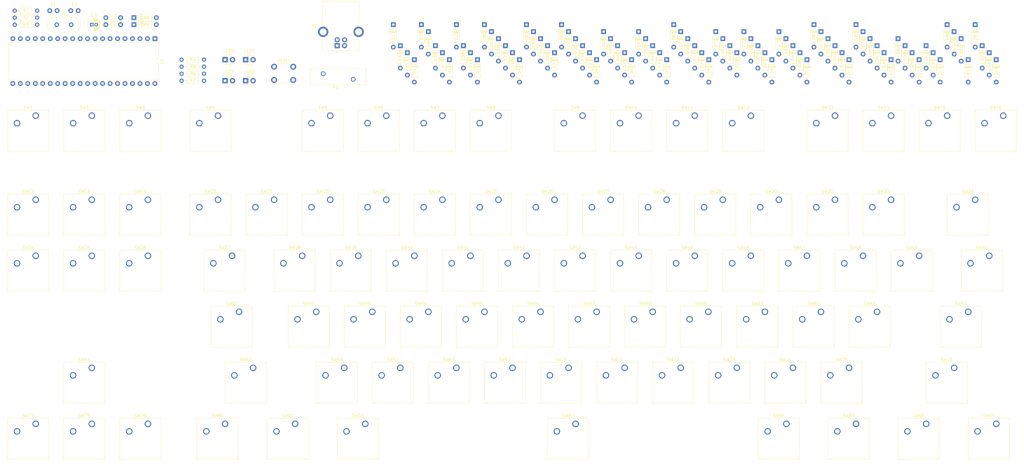
<source format=kicad_pcb>
(kicad_pcb (version 20171130) (host pcbnew "(5.1.2)-2")
  (layers (0 F.Cu signal) (31 B.Cu signal) (34 B.Paste user) (35 F.Paste user) (36 B.SilkS user) (37 F.SilkS user) (38 B.Mask user) (39 F.Mask user) (44 Edge.Cuts user))
  (net 0 "")
  (net 1 XTAL1)
  (net 2 GND)
  (net 3 XTAL2)
  (net 4 RESET)
  (net 5 ROW0)
  (net 6 "Net-(D1-Pad2)")
  (net 7 "Net-(D2-Pad2)")
  (net 8 "Net-(D3-Pad2)")
  (net 9 "Net-(D4-Pad2)")
  (net 10 "Net-(D5-Pad2)")
  (net 11 "Net-(D6-Pad2)")
  (net 12 "Net-(D7-Pad2)")
  (net 13 "Net-(D8-Pad2)")
  (net 14 "Net-(D9-Pad2)")
  (net 15 "Net-(D10-Pad2)")
  (net 16 "Net-(D11-Pad2)")
  (net 17 "Net-(D12-Pad2)")
  (net 18 "Net-(D13-Pad2)")
  (net 19 "Net-(D14-Pad2)")
  (net 20 "Net-(D15-Pad2)")
  (net 21 "Net-(D16-Pad2)")
  (net 22 "Net-(D17-Pad2)")
  (net 23 ROW1)
  (net 24 "Net-(D18-Pad2)")
  (net 25 "Net-(D19-Pad2)")
  (net 26 "Net-(D20-Pad2)")
  (net 27 "Net-(D21-Pad2)")
  (net 28 "Net-(D22-Pad2)")
  (net 29 "Net-(D23-Pad2)")
  (net 30 "Net-(D24-Pad2)")
  (net 31 "Net-(D25-Pad2)")
  (net 32 "Net-(D26-Pad2)")
  (net 33 "Net-(D27-Pad2)")
  (net 34 "Net-(D28-Pad2)")
  (net 35 "Net-(D29-Pad2)")
  (net 36 "Net-(D30-Pad2)")
  (net 37 "Net-(D31-Pad2)")
  (net 38 "Net-(D32-Pad2)")
  (net 39 "Net-(D33-Pad2)")
  (net 40 "Net-(D34-Pad2)")
  (net 41 ROW2)
  (net 42 "Net-(D35-Pad2)")
  (net 43 "Net-(D36-Pad2)")
  (net 44 "Net-(D37-Pad2)")
  (net 45 "Net-(D38-Pad2)")
  (net 46 "Net-(D39-Pad2)")
  (net 47 "Net-(D40-Pad2)")
  (net 48 "Net-(D41-Pad2)")
  (net 49 "Net-(D42-Pad2)")
  (net 50 "Net-(D43-Pad2)")
  (net 51 "Net-(D44-Pad2)")
  (net 52 "Net-(D45-Pad2)")
  (net 53 "Net-(D46-Pad2)")
  (net 54 "Net-(D47-Pad2)")
  (net 55 "Net-(D48-Pad2)")
  (net 56 "Net-(D49-Pad2)")
  (net 57 "Net-(D50-Pad2)")
  (net 58 "Net-(D51-Pad2)")
  (net 59 ROW3)
  (net 60 "Net-(D52-Pad2)")
  (net 61 "Net-(D53-Pad2)")
  (net 62 "Net-(D54-Pad2)")
  (net 63 "Net-(D55-Pad2)")
  (net 64 "Net-(D56-Pad2)")
  (net 65 "Net-(D57-Pad2)")
  (net 66 "Net-(D58-Pad2)")
  (net 67 "Net-(D59-Pad2)")
  (net 68 "Net-(D60-Pad2)")
  (net 69 "Net-(D61-Pad2)")
  (net 70 "Net-(D62-Pad2)")
  (net 71 "Net-(D63-Pad2)")
  (net 72 "Net-(D64-Pad2)")
  (net 73 ROW4)
  (net 74 "Net-(D65-Pad2)")
  (net 75 "Net-(D66-Pad2)")
  (net 76 "Net-(D67-Pad2)")
  (net 77 "Net-(D68-Pad2)")
  (net 78 "Net-(D69-Pad2)")
  (net 79 "Net-(D70-Pad2)")
  (net 80 "Net-(D71-Pad2)")
  (net 81 "Net-(D72-Pad2)")
  (net 82 "Net-(D73-Pad2)")
  (net 83 "Net-(D74-Pad2)")
  (net 84 "Net-(D75-Pad2)")
  (net 85 "Net-(D76-Pad2)")
  (net 86 "Net-(D77-Pad2)")
  (net 87 ROW5)
  (net 88 "Net-(D78-Pad2)")
  (net 89 "Net-(D79-Pad2)")
  (net 90 "Net-(D80-Pad2)")
  (net 91 "Net-(D81-Pad2)")
  (net 92 "Net-(D82-Pad2)")
  (net 93 "Net-(D83-Pad2)")
  (net 94 "Net-(D84-Pad2)")
  (net 95 "Net-(D85-Pad2)")
  (net 96 "Net-(D86-Pad2)")
  (net 97 "Net-(D87-Pad2)")
  (net 98 "Net-(D88-Pad1)")
  (net 99 "Net-(D89-Pad1)")
  (net 100 "Net-(F1-Pad2)")
  (net 101 "Net-(LED1-Pad2)")
  (net 102 "Net-(LED2-Pad2)")
  (net 103 USB_D+)
  (net 104 USB_D-)
  (net 105 COL0)
  (net 106 COL1)
  (net 107 COL2)
  (net 108 COL3)
  (net 109 COL5)
  (net 110 COL6)
  (net 111 COL7)
  (net 112 COL8)
  (net 113 COL10)
  (net 114 COL11)
  (net 115 COL12)
  (net 116 COL13)
  (net 117 COL14)
  (net 118 COL15)
  (net 119 COL16)
  (net 120 COL17)
  (net 121 COL4)
  (net 122 COL9)
  (net 123 "Net-(U1-Pad32)")
  (net 124 "Net-(J1-Pad5)")
  (net 125 "Net-(LED0-Pad2)")
  (net 126 "Net-(LED3-Pad2)")
  (net 127 LED0)
  (net 128 LED1)
  (net 129 LED2)
  (net 130 LED3)
  (net 131 "Net-(U1-Pad33)")
  (net 132 "Net-(U1-Pad34)")
  (module Capacitor_THT:C_Disc_D3.0mm_W1.6mm_P2.50mm (layer F.Cu) (at 40.48125 2.38125)
    (fp_text reference C1 (at 1.25 -2.05) (layer F.SilkS))
    (fp_text value 20p)
    (pad 1 thru_hole circle (at 0 0) (size 1.6 1.6) (drill 0.8) (layers *.Cu *.Mask) (net 1 XTAL1))
    (pad 2 thru_hole circle (at 2.5 0) (size 1.6 1.6) (drill 0.8) (layers *.Cu *.Mask) (net 2 GND))
  )
  (module Capacitor_THT:C_Disc_D3.0mm_W1.6mm_P2.50mm (layer F.Cu) (at 47.625 2.38125)
    (fp_text reference C2 (at 1.25 -2.05) (layer F.SilkS))
    (fp_text value 20p)
    (pad 2 thru_hole circle (at 2.5 0) (size 1.6 1.6) (drill 0.8) (layers *.Cu *.Mask) (net 2 GND))
    (pad 1 thru_hole circle (at 0 0) (size 1.6 1.6) (drill 0.8) (layers *.Cu *.Mask) (net 3 XTAL2))
  )
  (module Capacitor_THT:CP_Radial_D4.0mm_P1.50mm (layer F.Cu) (at 54.76875 7.14375)
    (fp_text reference C3 (at 0.75 -3.25) (layer F.SilkS))
    (fp_text value 4.7u)
    (pad 1 thru_hole rect (at 0 0) (size 1.2 1.2) (drill 0.6) (layers *.Cu *.Mask) (net 4 RESET))
    (pad 2 thru_hole circle (at 1.5 0) (size 1.2 1.2) (drill 0.6) (layers *.Cu *.Mask) (net 2 GND))
  )
  (module Capacitor_THT:C_Disc_D4.3mm_W1.9mm_P5.00mm (layer F.Cu) (at 59.53125 4.7625)
    (fp_text reference C4 (at 2.38125 0) (layer F.SilkS))
    (fp_text value 0.1u)
    (pad 1 thru_hole circle (at 0 0) (size 1.6 1.6) (drill 0.8) (layers *.Cu *.Mask) (net 4 RESET))
    (pad 2 thru_hole circle (at 5 0) (size 1.6 1.6) (drill 0.8) (layers *.Cu *.Mask) (net 2 GND))
  )
  (module Capacitor_THT:C_Disc_D4.3mm_W1.9mm_P5.00mm (layer F.Cu) (at 59.53125 7.14375)
    (fp_text reference C5 (at 2.38125 0) (layer F.SilkS))
    (fp_text value 0.1u)
    (pad 2 thru_hole circle (at 5 0) (size 1.6 1.6) (drill 0.8) (layers *.Cu *.Mask) (net 2 GND))
    (pad 1 thru_hole circle (at 0 0) (size 1.6 1.6) (drill 0.8) (layers *.Cu *.Mask) (net 4 RESET))
  )
  (module Diode_THT:D_DO-35_SOD27_P7.62mm_Horizontal (layer F.Cu) (at 164.30625 19.05 270)
    (fp_text reference D1 (at 3.81 0 90) (layer F.SilkS))
    (fp_text value 1N4148)
    (pad 2 thru_hole oval (at 7.62 0 270) (size 1.6 1.6) (drill 0.8) (layers *.Cu *.Mask) (net 6 "Net-(D1-Pad2)"))
    (pad 1 thru_hole rect (at 0 0 270) (size 1.6 1.6) (drill 0.8) (layers *.Cu *.Mask) (net 5 ROW0))
  )
  (module Diode_THT:D_DO-35_SOD27_P7.62mm_Horizontal (layer F.Cu) (at 176.2125 19.05 270)
    (fp_text reference D2 (at 3.81 0 90) (layer F.SilkS))
    (fp_text value 1N4148)
    (pad 2 thru_hole oval (at 7.62 0 270) (size 1.6 1.6) (drill 0.8) (layers *.Cu *.Mask) (net 7 "Net-(D2-Pad2)"))
    (pad 1 thru_hole rect (at 0 0 270) (size 1.6 1.6) (drill 0.8) (layers *.Cu *.Mask) (net 5 ROW0))
  )
  (module Diode_THT:D_DO-35_SOD27_P7.62mm_Horizontal (layer F.Cu) (at 185.7375 19.05 270)
    (fp_text reference D3 (at 3.81 0 90) (layer F.SilkS))
    (fp_text value 1N4148)
    (pad 1 thru_hole rect (at 0 0 270) (size 1.6 1.6) (drill 0.8) (layers *.Cu *.Mask) (net 5 ROW0))
    (pad 2 thru_hole oval (at 7.62 0 270) (size 1.6 1.6) (drill 0.8) (layers *.Cu *.Mask) (net 8 "Net-(D3-Pad2)"))
  )
  (module Diode_THT:D_DO-35_SOD27_P7.62mm_Horizontal (layer F.Cu) (at 200.025 19.05 270)
    (fp_text reference D4 (at 3.81 0 90) (layer F.SilkS))
    (fp_text value 1N4148)
    (pad 1 thru_hole rect (at 0 0 270) (size 1.6 1.6) (drill 0.8) (layers *.Cu *.Mask) (net 5 ROW0))
    (pad 2 thru_hole oval (at 7.62 0 270) (size 1.6 1.6) (drill 0.8) (layers *.Cu *.Mask) (net 9 "Net-(D4-Pad2)"))
  )
  (module Diode_THT:D_DO-35_SOD27_P7.62mm_Horizontal (layer F.Cu) (at 226.21875 19.05 270)
    (fp_text reference D5 (at 3.81 0 90) (layer F.SilkS))
    (fp_text value 1N4148)
    (pad 2 thru_hole oval (at 7.62 0 270) (size 1.6 1.6) (drill 0.8) (layers *.Cu *.Mask) (net 10 "Net-(D5-Pad2)"))
    (pad 1 thru_hole rect (at 0 0 270) (size 1.6 1.6) (drill 0.8) (layers *.Cu *.Mask) (net 5 ROW0))
  )
  (module Diode_THT:D_DO-35_SOD27_P7.62mm_Horizontal (layer F.Cu) (at 238.125 19.05 270)
    (fp_text reference D6 (at 3.81 0 90) (layer F.SilkS))
    (fp_text value 1N4148)
    (pad 1 thru_hole rect (at 0 0 270) (size 1.6 1.6) (drill 0.8) (layers *.Cu *.Mask) (net 5 ROW0))
    (pad 2 thru_hole oval (at 7.62 0 270) (size 1.6 1.6) (drill 0.8) (layers *.Cu *.Mask) (net 11 "Net-(D6-Pad2)"))
  )
  (module Diode_THT:D_DO-35_SOD27_P7.62mm_Horizontal (layer F.Cu) (at 250.03125 19.05 270)
    (fp_text reference D7 (at 3.81 0 90) (layer F.SilkS))
    (fp_text value 1N4148)
    (pad 1 thru_hole rect (at 0 0 270) (size 1.6 1.6) (drill 0.8) (layers *.Cu *.Mask) (net 5 ROW0))
    (pad 2 thru_hole oval (at 7.62 0 270) (size 1.6 1.6) (drill 0.8) (layers *.Cu *.Mask) (net 12 "Net-(D7-Pad2)"))
  )
  (module Diode_THT:D_DO-35_SOD27_P7.62mm_Horizontal (layer F.Cu) (at 264.31875 19.05 270)
    (fp_text reference D8 (at 3.81 0 90) (layer F.SilkS))
    (fp_text value 1N4148)
    (pad 1 thru_hole rect (at 0 0 270) (size 1.6 1.6) (drill 0.8) (layers *.Cu *.Mask) (net 5 ROW0))
    (pad 2 thru_hole oval (at 7.62 0 270) (size 1.6 1.6) (drill 0.8) (layers *.Cu *.Mask) (net 13 "Net-(D8-Pad2)"))
  )
  (module Diode_THT:D_DO-35_SOD27_P7.62mm_Horizontal (layer F.Cu) (at 285.75 19.05 270)
    (fp_text reference D9 (at 3.81 0 90) (layer F.SilkS))
    (fp_text value 1N4148)
    (pad 1 thru_hole rect (at 0 0 270) (size 1.6 1.6) (drill 0.8) (layers *.Cu *.Mask) (net 5 ROW0))
    (pad 2 thru_hole oval (at 7.62 0 270) (size 1.6 1.6) (drill 0.8) (layers *.Cu *.Mask) (net 14 "Net-(D9-Pad2)"))
  )
  (module Diode_THT:D_DO-35_SOD27_P7.62mm_Horizontal (layer F.Cu) (at 297.65625 19.05 270)
    (fp_text reference D10 (at 3.81 0 90) (layer F.SilkS))
    (fp_text value 1N4148)
    (pad 2 thru_hole oval (at 7.62 0 270) (size 1.6 1.6) (drill 0.8) (layers *.Cu *.Mask) (net 15 "Net-(D10-Pad2)"))
    (pad 1 thru_hole rect (at 0 0 270) (size 1.6 1.6) (drill 0.8) (layers *.Cu *.Mask) (net 5 ROW0))
  )
  (module Diode_THT:D_DO-35_SOD27_P7.62mm_Horizontal (layer F.Cu) (at 311.94375 19.05 270)
    (fp_text reference D11 (at 3.81 0 90) (layer F.SilkS))
    (fp_text value 1N4148)
    (pad 2 thru_hole oval (at 7.62 0 270) (size 1.6 1.6) (drill 0.8) (layers *.Cu *.Mask) (net 16 "Net-(D11-Pad2)"))
    (pad 1 thru_hole rect (at 0 0 270) (size 1.6 1.6) (drill 0.8) (layers *.Cu *.Mask) (net 5 ROW0))
  )
  (module Diode_THT:D_DO-35_SOD27_P7.62mm_Horizontal (layer F.Cu) (at 326.23125 19.05 270)
    (fp_text reference D12 (at 3.81 0 90) (layer F.SilkS))
    (fp_text value 1N4148)
    (pad 2 thru_hole oval (at 7.62 0 270) (size 1.6 1.6) (drill 0.8) (layers *.Cu *.Mask) (net 17 "Net-(D12-Pad2)"))
    (pad 1 thru_hole rect (at 0 0 270) (size 1.6 1.6) (drill 0.8) (layers *.Cu *.Mask) (net 5 ROW0))
  )
  (module Diode_THT:D_DO-35_SOD27_P7.62mm_Horizontal (layer F.Cu) (at 335.75625 19.05 270)
    (fp_text reference D13 (at 3.81 0 90) (layer F.SilkS))
    (fp_text value 1N4148)
    (pad 2 thru_hole oval (at 7.62 0 270) (size 1.6 1.6) (drill 0.8) (layers *.Cu *.Mask) (net 18 "Net-(D13-Pad2)"))
    (pad 1 thru_hole rect (at 0 0 270) (size 1.6 1.6) (drill 0.8) (layers *.Cu *.Mask) (net 5 ROW0))
  )
  (module Diode_THT:D_DO-35_SOD27_P7.62mm_Horizontal (layer F.Cu) (at 342.9 19.05 270)
    (fp_text reference D14 (at 3.81 0 90) (layer F.SilkS))
    (fp_text value 1N4148)
    (pad 2 thru_hole oval (at 7.62 0 270) (size 1.6 1.6) (drill 0.8) (layers *.Cu *.Mask) (net 19 "Net-(D14-Pad2)"))
    (pad 1 thru_hole rect (at 0 0 270) (size 1.6 1.6) (drill 0.8) (layers *.Cu *.Mask) (net 5 ROW0))
  )
  (module Diode_THT:D_DO-35_SOD27_P7.62mm_Horizontal (layer F.Cu) (at 352.425 19.05 270)
    (fp_text reference D15 (at 3.81 0 90) (layer F.SilkS))
    (fp_text value 1N4148)
    (pad 1 thru_hole rect (at 0 0 270) (size 1.6 1.6) (drill 0.8) (layers *.Cu *.Mask) (net 5 ROW0))
    (pad 2 thru_hole oval (at 7.62 0 270) (size 1.6 1.6) (drill 0.8) (layers *.Cu *.Mask) (net 20 "Net-(D15-Pad2)"))
  )
  (module Diode_THT:D_DO-35_SOD27_P7.62mm_Horizontal (layer F.Cu) (at 361.95 19.05 270)
    (fp_text reference D16 (at 3.81 0 90) (layer F.SilkS))
    (fp_text value 1N4148)
    (pad 2 thru_hole oval (at 7.62 0 270) (size 1.6 1.6) (drill 0.8) (layers *.Cu *.Mask) (net 21 "Net-(D16-Pad2)"))
    (pad 1 thru_hole rect (at 0 0 270) (size 1.6 1.6) (drill 0.8) (layers *.Cu *.Mask) (net 5 ROW0))
  )
  (module Diode_THT:D_DO-35_SOD27_P7.62mm_Horizontal (layer F.Cu) (at 161.925 16.66875 270)
    (fp_text reference D17 (at 3.81 0 90) (layer F.SilkS))
    (fp_text value 1N4148)
    (pad 1 thru_hole rect (at 0 0 270) (size 1.6 1.6) (drill 0.8) (layers *.Cu *.Mask) (net 23 ROW1))
    (pad 2 thru_hole oval (at 7.62 0 270) (size 1.6 1.6) (drill 0.8) (layers *.Cu *.Mask) (net 22 "Net-(D17-Pad2)"))
  )
  (module Diode_THT:D_DO-35_SOD27_P7.62mm_Horizontal (layer F.Cu) (at 173.83125 16.66875 270)
    (fp_text reference D18 (at 3.81 0 90) (layer F.SilkS))
    (fp_text value 1N4148)
    (pad 1 thru_hole rect (at 0 0 270) (size 1.6 1.6) (drill 0.8) (layers *.Cu *.Mask) (net 23 ROW1))
    (pad 2 thru_hole oval (at 7.62 0 270) (size 1.6 1.6) (drill 0.8) (layers *.Cu *.Mask) (net 24 "Net-(D18-Pad2)"))
  )
  (module Diode_THT:D_DO-35_SOD27_P7.62mm_Horizontal (layer F.Cu) (at 183.35625 16.66875 270)
    (fp_text reference D19 (at 3.81 0 90) (layer F.SilkS))
    (fp_text value 1N4148)
    (pad 1 thru_hole rect (at 0 0 270) (size 1.6 1.6) (drill 0.8) (layers *.Cu *.Mask) (net 23 ROW1))
    (pad 2 thru_hole oval (at 7.62 0 270) (size 1.6 1.6) (drill 0.8) (layers *.Cu *.Mask) (net 25 "Net-(D19-Pad2)"))
  )
  (module Diode_THT:D_DO-35_SOD27_P7.62mm_Horizontal (layer F.Cu) (at 197.64375 16.66875 270)
    (fp_text reference D20 (at 3.81 0 90) (layer F.SilkS))
    (fp_text value 1N4148)
    (pad 1 thru_hole rect (at 0 0 270) (size 1.6 1.6) (drill 0.8) (layers *.Cu *.Mask) (net 23 ROW1))
    (pad 2 thru_hole oval (at 7.62 0 270) (size 1.6 1.6) (drill 0.8) (layers *.Cu *.Mask) (net 26 "Net-(D20-Pad2)"))
  )
  (module Diode_THT:D_DO-35_SOD27_P7.62mm_Horizontal (layer F.Cu) (at 211.93125 16.66875 270)
    (fp_text reference D21 (at 3.81 0 90) (layer F.SilkS))
    (fp_text value 1N4148)
    (pad 2 thru_hole oval (at 7.62 0 270) (size 1.6 1.6) (drill 0.8) (layers *.Cu *.Mask) (net 27 "Net-(D21-Pad2)"))
    (pad 1 thru_hole rect (at 0 0 270) (size 1.6 1.6) (drill 0.8) (layers *.Cu *.Mask) (net 23 ROW1))
  )
  (module Diode_THT:D_DO-35_SOD27_P7.62mm_Horizontal (layer F.Cu) (at 223.8375 16.66875 270)
    (fp_text reference D22 (at 3.81 0 90) (layer F.SilkS))
    (fp_text value 1N4148)
    (pad 2 thru_hole oval (at 7.62 0 270) (size 1.6 1.6) (drill 0.8) (layers *.Cu *.Mask) (net 28 "Net-(D22-Pad2)"))
    (pad 1 thru_hole rect (at 0 0 270) (size 1.6 1.6) (drill 0.8) (layers *.Cu *.Mask) (net 23 ROW1))
  )
  (module Diode_THT:D_DO-35_SOD27_P7.62mm_Horizontal (layer F.Cu) (at 235.74375 16.66875 270)
    (fp_text reference D23 (at 3.81 0 90) (layer F.SilkS))
    (fp_text value 1N4148)
    (pad 1 thru_hole rect (at 0 0 270) (size 1.6 1.6) (drill 0.8) (layers *.Cu *.Mask) (net 23 ROW1))
    (pad 2 thru_hole oval (at 7.62 0 270) (size 1.6 1.6) (drill 0.8) (layers *.Cu *.Mask) (net 29 "Net-(D23-Pad2)"))
  )
  (module Diode_THT:D_DO-35_SOD27_P7.62mm_Horizontal (layer F.Cu) (at 247.65 16.66875 270)
    (fp_text reference D24 (at 3.81 0 90) (layer F.SilkS))
    (fp_text value 1N4148)
    (pad 2 thru_hole oval (at 7.62 0 270) (size 1.6 1.6) (drill 0.8) (layers *.Cu *.Mask) (net 30 "Net-(D24-Pad2)"))
    (pad 1 thru_hole rect (at 0 0 270) (size 1.6 1.6) (drill 0.8) (layers *.Cu *.Mask) (net 23 ROW1))
  )
  (module Diode_THT:D_DO-35_SOD27_P7.62mm_Horizontal (layer F.Cu) (at 261.9375 16.66875 270)
    (fp_text reference D25 (at 3.81 0 90) (layer F.SilkS))
    (fp_text value 1N4148)
    (pad 1 thru_hole rect (at 0 0 270) (size 1.6 1.6) (drill 0.8) (layers *.Cu *.Mask) (net 23 ROW1))
    (pad 2 thru_hole oval (at 7.62 0 270) (size 1.6 1.6) (drill 0.8) (layers *.Cu *.Mask) (net 31 "Net-(D25-Pad2)"))
  )
  (module Diode_THT:D_DO-35_SOD27_P7.62mm_Horizontal (layer F.Cu) (at 273.84375 16.66875 270)
    (fp_text reference D26 (at 3.81 0 90) (layer F.SilkS))
    (fp_text value 1N4148)
    (pad 1 thru_hole rect (at 0 0 270) (size 1.6 1.6) (drill 0.8) (layers *.Cu *.Mask) (net 23 ROW1))
    (pad 2 thru_hole oval (at 7.62 0 270) (size 1.6 1.6) (drill 0.8) (layers *.Cu *.Mask) (net 32 "Net-(D26-Pad2)"))
  )
  (module Diode_THT:D_DO-35_SOD27_P7.62mm_Horizontal (layer F.Cu) (at 283.36875 16.66875 270)
    (fp_text reference D27 (at 3.81 0 90) (layer F.SilkS))
    (fp_text value 1N4148)
    (pad 2 thru_hole oval (at 7.62 0 270) (size 1.6 1.6) (drill 0.8) (layers *.Cu *.Mask) (net 33 "Net-(D27-Pad2)"))
    (pad 1 thru_hole rect (at 0 0 270) (size 1.6 1.6) (drill 0.8) (layers *.Cu *.Mask) (net 23 ROW1))
  )
  (module Diode_THT:D_DO-35_SOD27_P7.62mm_Horizontal (layer F.Cu) (at 295.275 16.66875 270)
    (fp_text reference D28 (at 3.81 0 90) (layer F.SilkS))
    (fp_text value 1N4148)
    (pad 2 thru_hole oval (at 7.62 0 270) (size 1.6 1.6) (drill 0.8) (layers *.Cu *.Mask) (net 34 "Net-(D28-Pad2)"))
    (pad 1 thru_hole rect (at 0 0 270) (size 1.6 1.6) (drill 0.8) (layers *.Cu *.Mask) (net 23 ROW1))
  )
  (module Diode_THT:D_DO-35_SOD27_P7.62mm_Horizontal (layer F.Cu) (at 309.5625 16.66875 270)
    (fp_text reference D29 (at 3.81 0 90) (layer F.SilkS))
    (fp_text value 1N4148)
    (pad 2 thru_hole oval (at 7.62 0 270) (size 1.6 1.6) (drill 0.8) (layers *.Cu *.Mask) (net 35 "Net-(D29-Pad2)"))
    (pad 1 thru_hole rect (at 0 0 270) (size 1.6 1.6) (drill 0.8) (layers *.Cu *.Mask) (net 23 ROW1))
  )
  (module Diode_THT:D_DO-35_SOD27_P7.62mm_Horizontal (layer F.Cu) (at 323.85 16.66875 270)
    (fp_text reference D30 (at 3.81 0 90) (layer F.SilkS))
    (fp_text value 1N4148)
    (pad 2 thru_hole oval (at 7.62 0 270) (size 1.6 1.6) (drill 0.8) (layers *.Cu *.Mask) (net 36 "Net-(D30-Pad2)"))
    (pad 1 thru_hole rect (at 0 0 270) (size 1.6 1.6) (drill 0.8) (layers *.Cu *.Mask) (net 23 ROW1))
  )
  (module Diode_THT:D_DO-35_SOD27_P7.62mm_Horizontal (layer F.Cu) (at 333.375 16.66875 270)
    (fp_text reference D31 (at 3.81 0 90) (layer F.SilkS))
    (fp_text value 1N4148)
    (pad 1 thru_hole rect (at 0 0 270) (size 1.6 1.6) (drill 0.8) (layers *.Cu *.Mask) (net 23 ROW1))
    (pad 2 thru_hole oval (at 7.62 0 270) (size 1.6 1.6) (drill 0.8) (layers *.Cu *.Mask) (net 37 "Net-(D31-Pad2)"))
  )
  (module Diode_THT:D_DO-35_SOD27_P7.62mm_Horizontal (layer F.Cu) (at 340.51875 16.66875 270)
    (fp_text reference D32 (at 3.81 0 90) (layer F.SilkS))
    (fp_text value 1N4148)
    (pad 1 thru_hole rect (at 0 0 270) (size 1.6 1.6) (drill 0.8) (layers *.Cu *.Mask) (net 23 ROW1))
    (pad 2 thru_hole oval (at 7.62 0 270) (size 1.6 1.6) (drill 0.8) (layers *.Cu *.Mask) (net 38 "Net-(D32-Pad2)"))
  )
  (module Diode_THT:D_DO-35_SOD27_P7.62mm_Horizontal (layer F.Cu) (at 359.56875 16.66875 270)
    (fp_text reference D33 (at 3.81 0 90) (layer F.SilkS))
    (fp_text value 1N4148)
    (pad 2 thru_hole oval (at 7.62 0 270) (size 1.6 1.6) (drill 0.8) (layers *.Cu *.Mask) (net 39 "Net-(D33-Pad2)"))
    (pad 1 thru_hole rect (at 0 0 270) (size 1.6 1.6) (drill 0.8) (layers *.Cu *.Mask) (net 23 ROW1))
  )
  (module Diode_THT:D_DO-35_SOD27_P7.62mm_Horizontal (layer F.Cu) (at 159.54375 14.2875 270)
    (fp_text reference D34 (at 3.81 0 90) (layer F.SilkS))
    (fp_text value 1N4148)
    (pad 2 thru_hole oval (at 7.62 0 270) (size 1.6 1.6) (drill 0.8) (layers *.Cu *.Mask) (net 40 "Net-(D34-Pad2)"))
    (pad 1 thru_hole rect (at 0 0 270) (size 1.6 1.6) (drill 0.8) (layers *.Cu *.Mask) (net 41 ROW2))
  )
  (module Diode_THT:D_DO-35_SOD27_P7.62mm_Horizontal (layer F.Cu) (at 171.45 14.2875 270)
    (fp_text reference D35 (at 3.81 0 90) (layer F.SilkS))
    (fp_text value 1N4148)
    (pad 1 thru_hole rect (at 0 0 270) (size 1.6 1.6) (drill 0.8) (layers *.Cu *.Mask) (net 41 ROW2))
    (pad 2 thru_hole oval (at 7.62 0 270) (size 1.6 1.6) (drill 0.8) (layers *.Cu *.Mask) (net 42 "Net-(D35-Pad2)"))
  )
  (module Diode_THT:D_DO-35_SOD27_P7.62mm_Horizontal (layer F.Cu) (at 180.975 14.2875 270)
    (fp_text reference D36 (at 3.81 0 90) (layer F.SilkS))
    (fp_text value 1N4148)
    (pad 1 thru_hole rect (at 0 0 270) (size 1.6 1.6) (drill 0.8) (layers *.Cu *.Mask) (net 41 ROW2))
    (pad 2 thru_hole oval (at 7.62 0 270) (size 1.6 1.6) (drill 0.8) (layers *.Cu *.Mask) (net 43 "Net-(D36-Pad2)"))
  )
  (module Diode_THT:D_DO-35_SOD27_P7.62mm_Horizontal (layer F.Cu) (at 195.2625 14.2875 270)
    (fp_text reference D37 (at 3.81 0 90) (layer F.SilkS))
    (fp_text value 1N4148)
    (pad 2 thru_hole oval (at 7.62 0 270) (size 1.6 1.6) (drill 0.8) (layers *.Cu *.Mask) (net 44 "Net-(D37-Pad2)"))
    (pad 1 thru_hole rect (at 0 0 270) (size 1.6 1.6) (drill 0.8) (layers *.Cu *.Mask) (net 41 ROW2))
  )
  (module Diode_THT:D_DO-35_SOD27_P7.62mm_Horizontal (layer F.Cu) (at 209.55 14.2875 270)
    (fp_text reference D38 (at 3.81 0 90) (layer F.SilkS))
    (fp_text value 1N4148)
    (pad 2 thru_hole oval (at 7.62 0 270) (size 1.6 1.6) (drill 0.8) (layers *.Cu *.Mask) (net 45 "Net-(D38-Pad2)"))
    (pad 1 thru_hole rect (at 0 0 270) (size 1.6 1.6) (drill 0.8) (layers *.Cu *.Mask) (net 41 ROW2))
  )
  (module Diode_THT:D_DO-35_SOD27_P7.62mm_Horizontal (layer F.Cu) (at 221.45625 14.2875 270)
    (fp_text reference D39 (at 3.81 0 90) (layer F.SilkS))
    (fp_text value 1N4148)
    (pad 1 thru_hole rect (at 0 0 270) (size 1.6 1.6) (drill 0.8) (layers *.Cu *.Mask) (net 41 ROW2))
    (pad 2 thru_hole oval (at 7.62 0 270) (size 1.6 1.6) (drill 0.8) (layers *.Cu *.Mask) (net 46 "Net-(D39-Pad2)"))
  )
  (module Diode_THT:D_DO-35_SOD27_P7.62mm_Horizontal (layer F.Cu) (at 233.3625 14.2875 270)
    (fp_text reference D40 (at 3.81 0 90) (layer F.SilkS))
    (fp_text value 1N4148)
    (pad 1 thru_hole rect (at 0 0 270) (size 1.6 1.6) (drill 0.8) (layers *.Cu *.Mask) (net 41 ROW2))
    (pad 2 thru_hole oval (at 7.62 0 270) (size 1.6 1.6) (drill 0.8) (layers *.Cu *.Mask) (net 47 "Net-(D40-Pad2)"))
  )
  (module Diode_THT:D_DO-35_SOD27_P7.62mm_Horizontal (layer F.Cu) (at 245.26875 14.2875 270)
    (fp_text reference D41 (at 3.81 0 90) (layer F.SilkS))
    (fp_text value 1N4148)
    (pad 1 thru_hole rect (at 0 0 270) (size 1.6 1.6) (drill 0.8) (layers *.Cu *.Mask) (net 41 ROW2))
    (pad 2 thru_hole oval (at 7.62 0 270) (size 1.6 1.6) (drill 0.8) (layers *.Cu *.Mask) (net 48 "Net-(D41-Pad2)"))
  )
  (module Diode_THT:D_DO-35_SOD27_P7.62mm_Horizontal (layer F.Cu) (at 259.55625 14.2875 270)
    (fp_text reference D42 (at 3.81 0 90) (layer F.SilkS))
    (fp_text value 1N4148)
    (pad 1 thru_hole rect (at 0 0 270) (size 1.6 1.6) (drill 0.8) (layers *.Cu *.Mask) (net 41 ROW2))
    (pad 2 thru_hole oval (at 7.62 0 270) (size 1.6 1.6) (drill 0.8) (layers *.Cu *.Mask) (net 49 "Net-(D42-Pad2)"))
  )
  (module Diode_THT:D_DO-35_SOD27_P7.62mm_Horizontal (layer F.Cu) (at 271.4625 14.2875 270)
    (fp_text reference D43 (at 3.81 0 90) (layer F.SilkS))
    (fp_text value 1N4148)
    (pad 1 thru_hole rect (at 0 0 270) (size 1.6 1.6) (drill 0.8) (layers *.Cu *.Mask) (net 41 ROW2))
    (pad 2 thru_hole oval (at 7.62 0 270) (size 1.6 1.6) (drill 0.8) (layers *.Cu *.Mask) (net 50 "Net-(D43-Pad2)"))
  )
  (module Diode_THT:D_DO-35_SOD27_P7.62mm_Horizontal (layer F.Cu) (at 280.9875 14.2875 270)
    (fp_text reference D44 (at 3.81 0 90) (layer F.SilkS))
    (fp_text value 1N4148)
    (pad 2 thru_hole oval (at 7.62 0 270) (size 1.6 1.6) (drill 0.8) (layers *.Cu *.Mask) (net 51 "Net-(D44-Pad2)"))
    (pad 1 thru_hole rect (at 0 0 270) (size 1.6 1.6) (drill 0.8) (layers *.Cu *.Mask) (net 41 ROW2))
  )
  (module Diode_THT:D_DO-35_SOD27_P7.62mm_Horizontal (layer F.Cu) (at 292.89375 14.2875 270)
    (fp_text reference D45 (at 3.81 0 90) (layer F.SilkS))
    (fp_text value 1N4148)
    (pad 2 thru_hole oval (at 7.62 0 270) (size 1.6 1.6) (drill 0.8) (layers *.Cu *.Mask) (net 52 "Net-(D45-Pad2)"))
    (pad 1 thru_hole rect (at 0 0 270) (size 1.6 1.6) (drill 0.8) (layers *.Cu *.Mask) (net 41 ROW2))
  )
  (module Diode_THT:D_DO-35_SOD27_P7.62mm_Horizontal (layer F.Cu) (at 307.18125 14.2875 270)
    (fp_text reference D46 (at 3.81 0 90) (layer F.SilkS))
    (fp_text value 1N4148)
    (pad 2 thru_hole oval (at 7.62 0 270) (size 1.6 1.6) (drill 0.8) (layers *.Cu *.Mask) (net 53 "Net-(D46-Pad2)"))
    (pad 1 thru_hole rect (at 0 0 270) (size 1.6 1.6) (drill 0.8) (layers *.Cu *.Mask) (net 41 ROW2))
  )
  (module Diode_THT:D_DO-35_SOD27_P7.62mm_Horizontal (layer F.Cu) (at 321.46875 14.2875 270)
    (fp_text reference D47 (at 3.81 0 90) (layer F.SilkS))
    (fp_text value 1N4148)
    (pad 1 thru_hole rect (at 0 0 270) (size 1.6 1.6) (drill 0.8) (layers *.Cu *.Mask) (net 41 ROW2))
    (pad 2 thru_hole oval (at 7.62 0 270) (size 1.6 1.6) (drill 0.8) (layers *.Cu *.Mask) (net 54 "Net-(D47-Pad2)"))
  )
  (module Diode_THT:D_DO-35_SOD27_P7.62mm_Horizontal (layer F.Cu) (at 330.99375 14.2875 270)
    (fp_text reference D48 (at 3.81 0 90) (layer F.SilkS))
    (fp_text value 1N4148)
    (pad 1 thru_hole rect (at 0 0 270) (size 1.6 1.6) (drill 0.8) (layers *.Cu *.Mask) (net 41 ROW2))
    (pad 2 thru_hole oval (at 7.62 0 270) (size 1.6 1.6) (drill 0.8) (layers *.Cu *.Mask) (net 55 "Net-(D48-Pad2)"))
  )
  (module Diode_THT:D_DO-35_SOD27_P7.62mm_Horizontal (layer F.Cu) (at 338.1375 14.2875 270)
    (fp_text reference D49 (at 3.81 0 90) (layer F.SilkS))
    (fp_text value 1N4148)
    (pad 1 thru_hole rect (at 0 0 270) (size 1.6 1.6) (drill 0.8) (layers *.Cu *.Mask) (net 41 ROW2))
    (pad 2 thru_hole oval (at 7.62 0 270) (size 1.6 1.6) (drill 0.8) (layers *.Cu *.Mask) (net 56 "Net-(D49-Pad2)"))
  )
  (module Diode_THT:D_DO-35_SOD27_P7.62mm_Horizontal (layer F.Cu) (at 357.1875 14.2875 270)
    (fp_text reference D50 (at 3.81 0 90) (layer F.SilkS))
    (fp_text value 1N4148)
    (pad 2 thru_hole oval (at 7.62 0 270) (size 1.6 1.6) (drill 0.8) (layers *.Cu *.Mask) (net 57 "Net-(D50-Pad2)"))
    (pad 1 thru_hole rect (at 0 0 270) (size 1.6 1.6) (drill 0.8) (layers *.Cu *.Mask) (net 41 ROW2))
  )
  (module Diode_THT:D_DO-35_SOD27_P7.62mm_Horizontal (layer F.Cu) (at 192.88125 11.90625 270)
    (fp_text reference D51 (at 3.81 0 90) (layer F.SilkS))
    (fp_text value 1N4148)
    (pad 2 thru_hole oval (at 7.62 0 270) (size 1.6 1.6) (drill 0.8) (layers *.Cu *.Mask) (net 58 "Net-(D51-Pad2)"))
    (pad 1 thru_hole rect (at 0 0 270) (size 1.6 1.6) (drill 0.8) (layers *.Cu *.Mask) (net 59 ROW3))
  )
  (module Diode_THT:D_DO-35_SOD27_P7.62mm_Horizontal (layer F.Cu) (at 207.16875 11.90625 270)
    (fp_text reference D52 (at 3.81 0 90) (layer F.SilkS))
    (fp_text value 1N4148)
    (pad 2 thru_hole oval (at 7.62 0 270) (size 1.6 1.6) (drill 0.8) (layers *.Cu *.Mask) (net 60 "Net-(D52-Pad2)"))
    (pad 1 thru_hole rect (at 0 0 270) (size 1.6 1.6) (drill 0.8) (layers *.Cu *.Mask) (net 59 ROW3))
  )
  (module Diode_THT:D_DO-35_SOD27_P7.62mm_Horizontal (layer F.Cu) (at 219.075 11.90625 270)
    (fp_text reference D53 (at 3.81 0 90) (layer F.SilkS))
    (fp_text value 1N4148)
    (pad 2 thru_hole oval (at 7.62 0 270) (size 1.6 1.6) (drill 0.8) (layers *.Cu *.Mask) (net 61 "Net-(D53-Pad2)"))
    (pad 1 thru_hole rect (at 0 0 270) (size 1.6 1.6) (drill 0.8) (layers *.Cu *.Mask) (net 59 ROW3))
  )
  (module Diode_THT:D_DO-35_SOD27_P7.62mm_Horizontal (layer F.Cu) (at 230.98125 11.90625 270)
    (fp_text reference D54 (at 3.81 0 90) (layer F.SilkS))
    (fp_text value 1N4148)
    (pad 1 thru_hole rect (at 0 0 270) (size 1.6 1.6) (drill 0.8) (layers *.Cu *.Mask) (net 59 ROW3))
    (pad 2 thru_hole oval (at 7.62 0 270) (size 1.6 1.6) (drill 0.8) (layers *.Cu *.Mask) (net 62 "Net-(D54-Pad2)"))
  )
  (module Diode_THT:D_DO-35_SOD27_P7.62mm_Horizontal (layer F.Cu) (at 242.8875 11.90625 270)
    (fp_text reference D55 (at 3.81 0 90) (layer F.SilkS))
    (fp_text value 1N4148)
    (pad 1 thru_hole rect (at 0 0 270) (size 1.6 1.6) (drill 0.8) (layers *.Cu *.Mask) (net 59 ROW3))
    (pad 2 thru_hole oval (at 7.62 0 270) (size 1.6 1.6) (drill 0.8) (layers *.Cu *.Mask) (net 63 "Net-(D55-Pad2)"))
  )
  (module Diode_THT:D_DO-35_SOD27_P7.62mm_Horizontal (layer F.Cu) (at 257.175 11.90625 270)
    (fp_text reference D56 (at 3.81 0 90) (layer F.SilkS))
    (fp_text value 1N4148)
    (pad 1 thru_hole rect (at 0 0 270) (size 1.6 1.6) (drill 0.8) (layers *.Cu *.Mask) (net 59 ROW3))
    (pad 2 thru_hole oval (at 7.62 0 270) (size 1.6 1.6) (drill 0.8) (layers *.Cu *.Mask) (net 64 "Net-(D56-Pad2)"))
  )
  (module Diode_THT:D_DO-35_SOD27_P7.62mm_Horizontal (layer F.Cu) (at 269.08125 11.90625 270)
    (fp_text reference D57 (at 3.81 0 90) (layer F.SilkS))
    (fp_text value 1N4148)
    (pad 2 thru_hole oval (at 7.62 0 270) (size 1.6 1.6) (drill 0.8) (layers *.Cu *.Mask) (net 65 "Net-(D57-Pad2)"))
    (pad 1 thru_hole rect (at 0 0 270) (size 1.6 1.6) (drill 0.8) (layers *.Cu *.Mask) (net 59 ROW3))
  )
  (module Diode_THT:D_DO-35_SOD27_P7.62mm_Horizontal (layer F.Cu) (at 278.60625 11.90625 270)
    (fp_text reference D58 (at 3.81 0 90) (layer F.SilkS))
    (fp_text value 1N4148)
    (pad 2 thru_hole oval (at 7.62 0 270) (size 1.6 1.6) (drill 0.8) (layers *.Cu *.Mask) (net 66 "Net-(D58-Pad2)"))
    (pad 1 thru_hole rect (at 0 0 270) (size 1.6 1.6) (drill 0.8) (layers *.Cu *.Mask) (net 59 ROW3))
  )
  (module Diode_THT:D_DO-35_SOD27_P7.62mm_Horizontal (layer F.Cu) (at 290.5125 11.90625 270)
    (fp_text reference D59 (at 3.81 0 90) (layer F.SilkS))
    (fp_text value 1N4148)
    (pad 2 thru_hole oval (at 7.62 0 270) (size 1.6 1.6) (drill 0.8) (layers *.Cu *.Mask) (net 67 "Net-(D59-Pad2)"))
    (pad 1 thru_hole rect (at 0 0 270) (size 1.6 1.6) (drill 0.8) (layers *.Cu *.Mask) (net 59 ROW3))
  )
  (module Diode_THT:D_DO-35_SOD27_P7.62mm_Horizontal (layer F.Cu) (at 304.8 11.90625 270)
    (fp_text reference D60 (at 3.81 0 90) (layer F.SilkS))
    (fp_text value 1N4148)
    (pad 2 thru_hole oval (at 7.62 0 270) (size 1.6 1.6) (drill 0.8) (layers *.Cu *.Mask) (net 68 "Net-(D60-Pad2)"))
    (pad 1 thru_hole rect (at 0 0 270) (size 1.6 1.6) (drill 0.8) (layers *.Cu *.Mask) (net 59 ROW3))
  )
  (module Diode_THT:D_DO-35_SOD27_P7.62mm_Horizontal (layer F.Cu) (at 319.0875 11.90625 270)
    (fp_text reference D61 (at 3.81 0 90) (layer F.SilkS))
    (fp_text value 1N4148)
    (pad 2 thru_hole oval (at 7.62 0 270) (size 1.6 1.6) (drill 0.8) (layers *.Cu *.Mask) (net 69 "Net-(D61-Pad2)"))
    (pad 1 thru_hole rect (at 0 0 270) (size 1.6 1.6) (drill 0.8) (layers *.Cu *.Mask) (net 59 ROW3))
  )
  (module Diode_THT:D_DO-35_SOD27_P7.62mm_Horizontal (layer F.Cu) (at 328.6125 11.90625 270)
    (fp_text reference D62 (at 3.81 0 90) (layer F.SilkS))
    (fp_text value 1N4148)
    (pad 1 thru_hole rect (at 0 0 270) (size 1.6 1.6) (drill 0.8) (layers *.Cu *.Mask) (net 59 ROW3))
    (pad 2 thru_hole oval (at 7.62 0 270) (size 1.6 1.6) (drill 0.8) (layers *.Cu *.Mask) (net 70 "Net-(D62-Pad2)"))
  )
  (module Diode_THT:D_DO-35_SOD27_P7.62mm_Horizontal (layer F.Cu) (at 350.04375 11.90625 270)
    (fp_text reference D63 (at 3.81 0 90) (layer F.SilkS))
    (fp_text value 1N4148)
    (pad 1 thru_hole rect (at 0 0 270) (size 1.6 1.6) (drill 0.8) (layers *.Cu *.Mask) (net 59 ROW3))
    (pad 2 thru_hole oval (at 7.62 0 270) (size 1.6 1.6) (drill 0.8) (layers *.Cu *.Mask) (net 71 "Net-(D63-Pad2)"))
  )
  (module Diode_THT:D_DO-35_SOD27_P7.62mm_Horizontal (layer F.Cu) (at 169.06875 9.525 270)
    (fp_text reference D64 (at 3.81 0 90) (layer F.SilkS))
    (fp_text value 1N4148)
    (pad 1 thru_hole rect (at 0 0 270) (size 1.6 1.6) (drill 0.8) (layers *.Cu *.Mask) (net 73 ROW4))
    (pad 2 thru_hole oval (at 7.62 0 270) (size 1.6 1.6) (drill 0.8) (layers *.Cu *.Mask) (net 72 "Net-(D64-Pad2)"))
  )
  (module Diode_THT:D_DO-35_SOD27_P7.62mm_Horizontal (layer F.Cu) (at 190.5 9.525 270)
    (fp_text reference D65 (at 3.81 0 90) (layer F.SilkS))
    (fp_text value 1N4148)
    (pad 2 thru_hole oval (at 7.62 0 270) (size 1.6 1.6) (drill 0.8) (layers *.Cu *.Mask) (net 74 "Net-(D65-Pad2)"))
    (pad 1 thru_hole rect (at 0 0 270) (size 1.6 1.6) (drill 0.8) (layers *.Cu *.Mask) (net 73 ROW4))
  )
  (module Diode_THT:D_DO-35_SOD27_P7.62mm_Horizontal (layer F.Cu) (at 204.7875 9.525 270)
    (fp_text reference D66 (at 3.81 0 90) (layer F.SilkS))
    (fp_text value 1N4148)
    (pad 2 thru_hole oval (at 7.62 0 270) (size 1.6 1.6) (drill 0.8) (layers *.Cu *.Mask) (net 75 "Net-(D66-Pad2)"))
    (pad 1 thru_hole rect (at 0 0 270) (size 1.6 1.6) (drill 0.8) (layers *.Cu *.Mask) (net 73 ROW4))
  )
  (module Diode_THT:D_DO-35_SOD27_P7.62mm_Horizontal (layer F.Cu) (at 216.69375 9.525 270)
    (fp_text reference D67 (at 3.81 0 90) (layer F.SilkS))
    (fp_text value 1N4148)
    (pad 1 thru_hole rect (at 0 0 270) (size 1.6 1.6) (drill 0.8) (layers *.Cu *.Mask) (net 73 ROW4))
    (pad 2 thru_hole oval (at 7.62 0 270) (size 1.6 1.6) (drill 0.8) (layers *.Cu *.Mask) (net 76 "Net-(D67-Pad2)"))
  )
  (module Diode_THT:D_DO-35_SOD27_P7.62mm_Horizontal (layer F.Cu) (at 228.6 9.525 270)
    (fp_text reference D68 (at 3.81 0 90) (layer F.SilkS))
    (fp_text value 1N4148)
    (pad 1 thru_hole rect (at 0 0 270) (size 1.6 1.6) (drill 0.8) (layers *.Cu *.Mask) (net 73 ROW4))
    (pad 2 thru_hole oval (at 7.62 0 270) (size 1.6 1.6) (drill 0.8) (layers *.Cu *.Mask) (net 77 "Net-(D68-Pad2)"))
  )
  (module Diode_THT:D_DO-35_SOD27_P7.62mm_Horizontal (layer F.Cu) (at 240.50625 9.525 270)
    (fp_text reference D69 (at 3.81 0 90) (layer F.SilkS))
    (fp_text value 1N4148)
    (pad 1 thru_hole rect (at 0 0 270) (size 1.6 1.6) (drill 0.8) (layers *.Cu *.Mask) (net 73 ROW4))
    (pad 2 thru_hole oval (at 7.62 0 270) (size 1.6 1.6) (drill 0.8) (layers *.Cu *.Mask) (net 78 "Net-(D69-Pad2)"))
  )
  (module Diode_THT:D_DO-35_SOD27_P7.62mm_Horizontal (layer F.Cu) (at 254.79375 9.525 270)
    (fp_text reference D70 (at 3.81 0 90) (layer F.SilkS))
    (fp_text value 1N4148)
    (pad 1 thru_hole rect (at 0 0 270) (size 1.6 1.6) (drill 0.8) (layers *.Cu *.Mask) (net 73 ROW4))
    (pad 2 thru_hole oval (at 7.62 0 270) (size 1.6 1.6) (drill 0.8) (layers *.Cu *.Mask) (net 79 "Net-(D70-Pad2)"))
  )
  (module Diode_THT:D_DO-35_SOD27_P7.62mm_Horizontal (layer F.Cu) (at 266.7 9.525 270)
    (fp_text reference D71 (at 3.81 0 90) (layer F.SilkS))
    (fp_text value 1N4148)
    (pad 2 thru_hole oval (at 7.62 0 270) (size 1.6 1.6) (drill 0.8) (layers *.Cu *.Mask) (net 80 "Net-(D71-Pad2)"))
    (pad 1 thru_hole rect (at 0 0 270) (size 1.6 1.6) (drill 0.8) (layers *.Cu *.Mask) (net 73 ROW4))
  )
  (module Diode_THT:D_DO-35_SOD27_P7.62mm_Horizontal (layer F.Cu) (at 276.225 9.525 270)
    (fp_text reference D72 (at 3.81 0 90) (layer F.SilkS))
    (fp_text value 1N4148)
    (pad 2 thru_hole oval (at 7.62 0 270) (size 1.6 1.6) (drill 0.8) (layers *.Cu *.Mask) (net 81 "Net-(D72-Pad2)"))
    (pad 1 thru_hole rect (at 0 0 270) (size 1.6 1.6) (drill 0.8) (layers *.Cu *.Mask) (net 73 ROW4))
  )
  (module Diode_THT:D_DO-35_SOD27_P7.62mm_Horizontal (layer F.Cu) (at 288.13125 9.525 270)
    (fp_text reference D73 (at 3.81 0 90) (layer F.SilkS))
    (fp_text value 1N4148)
    (pad 1 thru_hole rect (at 0 0 270) (size 1.6 1.6) (drill 0.8) (layers *.Cu *.Mask) (net 73 ROW4))
    (pad 2 thru_hole oval (at 7.62 0 270) (size 1.6 1.6) (drill 0.8) (layers *.Cu *.Mask) (net 82 "Net-(D73-Pad2)"))
  )
  (module Diode_THT:D_DO-35_SOD27_P7.62mm_Horizontal (layer F.Cu) (at 302.41875 9.525 270)
    (fp_text reference D74 (at 3.81 0 90) (layer F.SilkS))
    (fp_text value 1N4148)
    (pad 2 thru_hole oval (at 7.62 0 270) (size 1.6 1.6) (drill 0.8) (layers *.Cu *.Mask) (net 83 "Net-(D74-Pad2)"))
    (pad 1 thru_hole rect (at 0 0 270) (size 1.6 1.6) (drill 0.8) (layers *.Cu *.Mask) (net 73 ROW4))
  )
  (module Diode_THT:D_DO-35_SOD27_P7.62mm_Horizontal (layer F.Cu) (at 316.70625 9.525 270)
    (fp_text reference D75 (at 3.81 0 90) (layer F.SilkS))
    (fp_text value 1N4148)
    (pad 2 thru_hole oval (at 7.62 0 270) (size 1.6 1.6) (drill 0.8) (layers *.Cu *.Mask) (net 84 "Net-(D75-Pad2)"))
    (pad 1 thru_hole rect (at 0 0 270) (size 1.6 1.6) (drill 0.8) (layers *.Cu *.Mask) (net 73 ROW4))
  )
  (module Diode_THT:D_DO-35_SOD27_P7.62mm_Horizontal (layer F.Cu) (at 347.6625 9.525 270)
    (fp_text reference D76 (at 3.81 0 90) (layer F.SilkS))
    (fp_text value 1N4148)
    (pad 1 thru_hole rect (at 0 0 270) (size 1.6 1.6) (drill 0.8) (layers *.Cu *.Mask) (net 73 ROW4))
    (pad 2 thru_hole oval (at 7.62 0 270) (size 1.6 1.6) (drill 0.8) (layers *.Cu *.Mask) (net 85 "Net-(D76-Pad2)"))
  )
  (module Diode_THT:D_DO-35_SOD27_P7.62mm_Horizontal (layer F.Cu) (at 157.1625 7.14375 270)
    (fp_text reference D77 (at 3.81 0 90) (layer F.SilkS))
    (fp_text value 1N4148)
    (pad 1 thru_hole rect (at 0 0 270) (size 1.6 1.6) (drill 0.8) (layers *.Cu *.Mask) (net 87 ROW5))
    (pad 2 thru_hole oval (at 7.62 0 270) (size 1.6 1.6) (drill 0.8) (layers *.Cu *.Mask) (net 86 "Net-(D77-Pad2)"))
  )
  (module Diode_THT:D_DO-35_SOD27_P7.62mm_Horizontal (layer F.Cu) (at 166.6875 7.14375 270)
    (fp_text reference D78 (at 3.81 0 90) (layer F.SilkS))
    (fp_text value 1N4148)
    (pad 1 thru_hole rect (at 0 0 270) (size 1.6 1.6) (drill 0.8) (layers *.Cu *.Mask) (net 87 ROW5))
    (pad 2 thru_hole oval (at 7.62 0 270) (size 1.6 1.6) (drill 0.8) (layers *.Cu *.Mask) (net 88 "Net-(D78-Pad2)"))
  )
  (module Diode_THT:D_DO-35_SOD27_P7.62mm_Horizontal (layer F.Cu) (at 178.59375 7.14375 270)
    (fp_text reference D79 (at 3.81 0 90) (layer F.SilkS))
    (fp_text value 1N4148)
    (pad 1 thru_hole rect (at 0 0 270) (size 1.6 1.6) (drill 0.8) (layers *.Cu *.Mask) (net 87 ROW5))
    (pad 2 thru_hole oval (at 7.62 0 270) (size 1.6 1.6) (drill 0.8) (layers *.Cu *.Mask) (net 89 "Net-(D79-Pad2)"))
  )
  (module Diode_THT:D_DO-35_SOD27_P7.62mm_Horizontal (layer F.Cu) (at 188.11875 7.14375 270)
    (fp_text reference D80 (at 3.81 0 90) (layer F.SilkS))
    (fp_text value 1N4148)
    (pad 2 thru_hole oval (at 7.62 0 270) (size 1.6 1.6) (drill 0.8) (layers *.Cu *.Mask) (net 90 "Net-(D80-Pad2)"))
    (pad 1 thru_hole rect (at 0 0 270) (size 1.6 1.6) (drill 0.8) (layers *.Cu *.Mask) (net 87 ROW5))
  )
  (module Diode_THT:D_DO-35_SOD27_P7.62mm_Horizontal (layer F.Cu) (at 202.40625 7.14375 270)
    (fp_text reference D81 (at 3.81 0 90) (layer F.SilkS))
    (fp_text value 1N4148)
    (pad 2 thru_hole oval (at 7.62 0 270) (size 1.6 1.6) (drill 0.8) (layers *.Cu *.Mask) (net 91 "Net-(D81-Pad2)"))
    (pad 1 thru_hole rect (at 0 0 270) (size 1.6 1.6) (drill 0.8) (layers *.Cu *.Mask) (net 87 ROW5))
  )
  (module Diode_THT:D_DO-35_SOD27_P7.62mm_Horizontal (layer F.Cu) (at 214.3125 7.14375 270)
    (fp_text reference D82 (at 3.81 0 90) (layer F.SilkS))
    (fp_text value 1N4148)
    (pad 1 thru_hole rect (at 0 0 270) (size 1.6 1.6) (drill 0.8) (layers *.Cu *.Mask) (net 87 ROW5))
    (pad 2 thru_hole oval (at 7.62 0 270) (size 1.6 1.6) (drill 0.8) (layers *.Cu *.Mask) (net 92 "Net-(D82-Pad2)"))
  )
  (module Diode_THT:D_DO-35_SOD27_P7.62mm_Horizontal (layer F.Cu) (at 252.4125 7.14375 270)
    (fp_text reference D83 (at 3.81 0 90) (layer F.SilkS))
    (fp_text value 1N4148)
    (pad 1 thru_hole rect (at 0 0 270) (size 1.6 1.6) (drill 0.8) (layers *.Cu *.Mask) (net 87 ROW5))
    (pad 2 thru_hole oval (at 7.62 0 270) (size 1.6 1.6) (drill 0.8) (layers *.Cu *.Mask) (net 93 "Net-(D83-Pad2)"))
  )
  (module Diode_THT:D_DO-35_SOD27_P7.62mm_Horizontal (layer F.Cu) (at 300.0375 7.14375 270)
    (fp_text reference D84 (at 3.81 0 90) (layer F.SilkS))
    (fp_text value 1N4148)
    (pad 1 thru_hole rect (at 0 0 270) (size 1.6 1.6) (drill 0.8) (layers *.Cu *.Mask) (net 87 ROW5))
    (pad 2 thru_hole oval (at 7.62 0 270) (size 1.6 1.6) (drill 0.8) (layers *.Cu *.Mask) (net 94 "Net-(D84-Pad2)"))
  )
  (module Diode_THT:D_DO-35_SOD27_P7.62mm_Horizontal (layer F.Cu) (at 314.325 7.14375 270)
    (fp_text reference D85 (at 3.81 0 90) (layer F.SilkS))
    (fp_text value 1N4148)
    (pad 1 thru_hole rect (at 0 0 270) (size 1.6 1.6) (drill 0.8) (layers *.Cu *.Mask) (net 87 ROW5))
    (pad 2 thru_hole oval (at 7.62 0 270) (size 1.6 1.6) (drill 0.8) (layers *.Cu *.Mask) (net 95 "Net-(D85-Pad2)"))
  )
  (module Diode_THT:D_DO-35_SOD27_P7.62mm_Horizontal (layer F.Cu) (at 345.28125 7.14375 270)
    (fp_text reference D86 (at 3.81 0 90) (layer F.SilkS))
    (fp_text value 1N4148)
    (pad 2 thru_hole oval (at 7.62 0 270) (size 1.6 1.6) (drill 0.8) (layers *.Cu *.Mask) (net 96 "Net-(D86-Pad2)"))
    (pad 1 thru_hole rect (at 0 0 270) (size 1.6 1.6) (drill 0.8) (layers *.Cu *.Mask) (net 87 ROW5))
  )
  (module Diode_THT:D_DO-35_SOD27_P7.62mm_Horizontal (layer F.Cu) (at 354.80625 7.14375 270)
    (fp_text reference D87 (at 3.81 0 90) (layer F.SilkS))
    (fp_text value 1N4148)
    (pad 2 thru_hole oval (at 7.62 0 270) (size 1.6 1.6) (drill 0.8) (layers *.Cu *.Mask) (net 97 "Net-(D87-Pad2)"))
    (pad 1 thru_hole rect (at 0 0 270) (size 1.6 1.6) (drill 0.8) (layers *.Cu *.Mask) (net 87 ROW5))
  )
  (module Diode_THT:D_DO-35_SOD27_P7.62mm_Horizontal (layer F.Cu) (at 69.05625 4.7625)
    (fp_text reference D88 (at 3.81 0) (layer F.SilkS))
    (fp_text value 3.6V)
    (pad 2 thru_hole oval (at 7.62 0) (size 1.6 1.6) (drill 0.8) (layers *.Cu *.Mask) (net 2 GND))
    (pad 1 thru_hole rect (at 0 0) (size 1.6 1.6) (drill 0.8) (layers *.Cu *.Mask) (net 98 "Net-(D88-Pad1)"))
  )
  (module Diode_THT:D_DO-35_SOD27_P7.62mm_Horizontal (layer F.Cu) (at 69.05625 7.14375)
    (fp_text reference D89 (at 3.81 0) (layer F.SilkS))
    (fp_text value 3.6V)
    (pad 2 thru_hole oval (at 7.62 0) (size 1.6 1.6) (drill 0.8) (layers *.Cu *.Mask) (net 2 GND))
    (pad 1 thru_hole rect (at 0 0) (size 1.6 1.6) (drill 0.8) (layers *.Cu *.Mask) (net 99 "Net-(D89-Pad1)"))
  )
  (module Fuse:Fuse_BelFuse_0ZRE0100FF_L18.7mm_W5.1mm (layer F.Cu) (at 143.55 25.7125 180)
    (fp_text reference F1 (at 5.9 -2.8) (layer F.SilkS))
    (fp_text value 100mA)
    (pad 2 thru_hole circle (at 10.2 1.9 180) (size 1.56 1.56) (drill 1.01) (layers *.Cu *.Mask) (net 100 "Net-(F1-Pad2)"))
    (pad 1 thru_hole circle (at 0 0 180) (size 1.56 1.56) (drill 1.01) (layers *.Cu *.Mask) (net 4 RESET))
  )
  (module Connector_USB:USB_B_OST_USB-B1HSxx_Horizontal (layer F.Cu) (at 138.1125 14.2875 90)
    (fp_text reference J1 (at 6.76 -7.77 90) (layer F.SilkS))
    (fp_text value USB_B_Mini)
    (pad 1 thru_hole rect (at 0 0 90) (size 1.7 1.7) (drill 0.92) (layers *.Cu *.Mask) (net 100 "Net-(F1-Pad2)"))
    (pad 2 thru_hole circle (at 0 2.5 90) (size 1.7 1.7) (drill 0.92) (layers *.Cu *.Mask) (net 99 "Net-(D89-Pad1)"))
    (pad 3 thru_hole circle (at 2 2.5 90) (size 1.7 1.7) (drill 0.92) (layers *.Cu *.Mask) (net 98 "Net-(D88-Pad1)"))
    (pad 4 thru_hole circle (at 2 0 90) (size 1.7 1.7) (drill 0.92) (layers *.Cu *.Mask) (net 2 GND))
    (pad 5 thru_hole circle (at 4.71 -4.77 90) (size 3.5 3.5) (drill 2.33) (layers *.Cu *.Mask) (net 124 "Net-(J1-Pad5)"))
    (pad 5 thru_hole circle (at 4.71 7.27 90) (size 3.5 3.5) (drill 2.33) (layers *.Cu *.Mask) (net 124 "Net-(J1-Pad5)"))
  )
  (module LED_THT:LED_D3.0mm (layer F.Cu) (at 100.0125 19.05)
    (fp_text reference LED0 (at 1.27 -2.96) (layer F.SilkS))
    (fp_text value A)
    (pad 1 thru_hole rect (at 0 0) (size 1.8 1.8) (drill 0.9) (layers *.Cu *.Mask) (net 2 GND))
    (pad 2 thru_hole circle (at 2.54 0) (size 1.8 1.8) (drill 0.9) (layers *.Cu *.Mask) (net 125 "Net-(LED0-Pad2)"))
  )
  (module LED_THT:LED_D3.0mm (layer F.Cu) (at 106.9975 19.05)
    (fp_text reference LED1 (at 1.27 -2.96) (layer F.SilkS))
    (fp_text value B)
    (pad 2 thru_hole circle (at 2.54 0) (size 1.8 1.8) (drill 0.9) (layers *.Cu *.Mask) (net 101 "Net-(LED1-Pad2)"))
    (pad 1 thru_hole rect (at 0 0) (size 1.8 1.8) (drill 0.9) (layers *.Cu *.Mask) (net 2 GND))
  )
  (module LED_THT:LED_D3.0mm (layer F.Cu) (at 100.0125 26.19375)
    (fp_text reference LED2 (at 1.27 -2.96) (layer F.SilkS))
    (fp_text value C)
    (pad 1 thru_hole rect (at 0 0) (size 1.8 1.8) (drill 0.9) (layers *.Cu *.Mask) (net 2 GND))
    (pad 2 thru_hole circle (at 2.54 0) (size 1.8 1.8) (drill 0.9) (layers *.Cu *.Mask) (net 102 "Net-(LED2-Pad2)"))
  )
  (module LED_THT:LED_D3.0mm (layer F.Cu) (at 106.9975 26.19375)
    (fp_text reference LED3 (at 1.27 -2.96) (layer F.SilkS))
    (fp_text value D)
    (pad 2 thru_hole circle (at 2.54 0) (size 1.8 1.8) (drill 0.9) (layers *.Cu *.Mask) (net 126 "Net-(LED3-Pad2)"))
    (pad 1 thru_hole rect (at 0 0) (size 1.8 1.8) (drill 0.9) (layers *.Cu *.Mask) (net 2 GND))
  )
  (module Resistor_THT:R_Axial_DIN0204_L3.6mm_D1.6mm_P7.62mm_Horizontal (layer F.Cu) (at 28.575 2.38125)
    (fp_text reference R1 (at 3.81 0) (layer F.SilkS))
    (fp_text value 1.5k)
    (pad 1 thru_hole circle (at 0 0) (size 1.4 1.4) (drill 0.7) (layers *.Cu *.Mask) (net 4 RESET))
    (pad 2 thru_hole oval (at 7.62 0) (size 1.4 1.4) (drill 0.7) (layers *.Cu *.Mask) (net 99 "Net-(D89-Pad1)"))
  )
  (module Resistor_THT:R_Axial_DIN0204_L3.6mm_D1.6mm_P7.62mm_Horizontal (layer F.Cu) (at 28.575 4.7625)
    (fp_text reference R2 (at 3.81 0) (layer F.SilkS))
    (fp_text value 68)
    (pad 2 thru_hole oval (at 7.62 0) (size 1.4 1.4) (drill 0.7) (layers *.Cu *.Mask) (net 103 USB_D+))
    (pad 1 thru_hole circle (at 0 0) (size 1.4 1.4) (drill 0.7) (layers *.Cu *.Mask) (net 98 "Net-(D88-Pad1)"))
  )
  (module Resistor_THT:R_Axial_DIN0204_L3.6mm_D1.6mm_P7.62mm_Horizontal (layer F.Cu) (at 28.575 7.14375)
    (fp_text reference R3 (at 3.81 0) (layer F.SilkS))
    (fp_text value 68)
    (pad 1 thru_hole circle (at 0 0) (size 1.4 1.4) (drill 0.7) (layers *.Cu *.Mask) (net 104 USB_D-))
    (pad 2 thru_hole oval (at 7.62 0) (size 1.4 1.4) (drill 0.7) (layers *.Cu *.Mask) (net 99 "Net-(D89-Pad1)"))
  )
  (module Resistor_THT:R_Axial_DIN0204_L3.6mm_D1.6mm_P7.62mm_Horizontal (layer F.Cu) (at 92.86875 19.05 180)
    (fp_text reference R4 (at 3.81 0) (layer F.SilkS))
    (fp_text value 1.5k)
    (pad 1 thru_hole circle (at 0 0 180) (size 1.4 1.4) (drill 0.7) (layers *.Cu *.Mask) (net 125 "Net-(LED0-Pad2)"))
    (pad 2 thru_hole oval (at 7.62 0 180) (size 1.4 1.4) (drill 0.7) (layers *.Cu *.Mask) (net 127 LED0))
  )
  (module Resistor_THT:R_Axial_DIN0204_L3.6mm_D1.6mm_P7.62mm_Horizontal (layer F.Cu) (at 92.86875 21.43125 180)
    (fp_text reference R5 (at 3.81 0) (layer F.SilkS))
    (fp_text value 1.5k)
    (pad 2 thru_hole oval (at 7.62 0 180) (size 1.4 1.4) (drill 0.7) (layers *.Cu *.Mask) (net 128 LED1))
    (pad 1 thru_hole circle (at 0 0 180) (size 1.4 1.4) (drill 0.7) (layers *.Cu *.Mask) (net 101 "Net-(LED1-Pad2)"))
  )
  (module Resistor_THT:R_Axial_DIN0204_L3.6mm_D1.6mm_P7.62mm_Horizontal (layer F.Cu) (at 92.86875 23.8125 180)
    (fp_text reference R6 (at 3.81 0) (layer F.SilkS))
    (fp_text value 1.5k)
    (pad 2 thru_hole oval (at 7.62 0 180) (size 1.4 1.4) (drill 0.7) (layers *.Cu *.Mask) (net 129 LED2))
    (pad 1 thru_hole circle (at 0 0 180) (size 1.4 1.4) (drill 0.7) (layers *.Cu *.Mask) (net 102 "Net-(LED2-Pad2)"))
  )
  (module Resistor_THT:R_Axial_DIN0204_L3.6mm_D1.6mm_P7.62mm_Horizontal (layer F.Cu) (at 92.86875 26.19375 180)
    (fp_text reference R7 (at 3.81 0) (layer F.SilkS))
    (fp_text value 1.5k)
    (pad 1 thru_hole circle (at 0 0 180) (size 1.4 1.4) (drill 0.7) (layers *.Cu *.Mask) (net 126 "Net-(LED3-Pad2)"))
    (pad 2 thru_hole oval (at 7.62 0 180) (size 1.4 1.4) (drill 0.7) (layers *.Cu *.Mask) (net 130 LED3))
  )
  (module Button_Switch_Keyboard:SW_Cherry_MX_1.00u_PCB (layer F.Cu) (at 35.71875 38.1)
    (fp_text reference SW1 (at -2.54 -2.794) (layer F.SilkS))
    (fp_text value Pause)
    (pad 1 thru_hole circle (at 0 0) (size 2.2 2.2) (drill 1.5) (layers *.Cu *.Mask) (net 6 "Net-(D1-Pad2)"))
    (pad 2 thru_hole circle (at -6.35 2.54) (size 2.2 2.2) (drill 1.5) (layers *.Cu *.Mask) (net 105 COL0))
    (pad "" np_thru_hole circle (at -2.54 5.08) (size 4 4) (drill 4) (layers *.Cu *.Mask))
    (pad "" np_thru_hole circle (at -7.62 5.08) (size 1.7 1.7) (drill 1.7) (layers *.Cu *.Mask))
    (pad "" np_thru_hole circle (at 2.54 5.08) (size 1.7 1.7) (drill 1.7) (layers *.Cu *.Mask))
  )
  (module Button_Switch_Keyboard:SW_Cherry_MX_1.00u_PCB (layer F.Cu) (at 54.76875 38.1)
    (fp_text reference SW2 (at -2.54 -2.794) (layer F.SilkS))
    (fp_text value ScrLk)
    (pad 1 thru_hole circle (at 0 0) (size 2.2 2.2) (drill 1.5) (layers *.Cu *.Mask) (net 7 "Net-(D2-Pad2)"))
    (pad 2 thru_hole circle (at -6.35 2.54) (size 2.2 2.2) (drill 1.5) (layers *.Cu *.Mask) (net 106 COL1))
    (pad "" np_thru_hole circle (at -2.54 5.08) (size 4 4) (drill 4) (layers *.Cu *.Mask))
    (pad "" np_thru_hole circle (at -7.62 5.08) (size 1.7 1.7) (drill 1.7) (layers *.Cu *.Mask))
    (pad "" np_thru_hole circle (at 2.54 5.08) (size 1.7 1.7) (drill 1.7) (layers *.Cu *.Mask))
  )
  (module Button_Switch_Keyboard:SW_Cherry_MX_1.00u_PCB (layer F.Cu) (at 73.81875 38.1)
    (fp_text reference SW3 (at -2.54 -2.794) (layer F.SilkS))
    (fp_text value PrtSc)
    (pad "" np_thru_hole circle (at 2.54 5.08) (size 1.7 1.7) (drill 1.7) (layers *.Cu *.Mask))
    (pad "" np_thru_hole circle (at -7.62 5.08) (size 1.7 1.7) (drill 1.7) (layers *.Cu *.Mask))
    (pad "" np_thru_hole circle (at -2.54 5.08) (size 4 4) (drill 4) (layers *.Cu *.Mask))
    (pad 2 thru_hole circle (at -6.35 2.54) (size 2.2 2.2) (drill 1.5) (layers *.Cu *.Mask) (net 107 COL2))
    (pad 1 thru_hole circle (at 0 0) (size 2.2 2.2) (drill 1.5) (layers *.Cu *.Mask) (net 8 "Net-(D3-Pad2)"))
  )
  (module Button_Switch_Keyboard:SW_Cherry_MX_1.00u_PCB (layer F.Cu) (at 97.63125 38.1)
    (fp_text reference SW4 (at -2.54 -2.794) (layer F.SilkS))
    (fp_text value Esc)
    (pad "" np_thru_hole circle (at 2.54 5.08) (size 1.7 1.7) (drill 1.7) (layers *.Cu *.Mask))
    (pad "" np_thru_hole circle (at -7.62 5.08) (size 1.7 1.7) (drill 1.7) (layers *.Cu *.Mask))
    (pad "" np_thru_hole circle (at -2.54 5.08) (size 4 4) (drill 4) (layers *.Cu *.Mask))
    (pad 2 thru_hole circle (at -6.35 2.54) (size 2.2 2.2) (drill 1.5) (layers *.Cu *.Mask) (net 108 COL3))
    (pad 1 thru_hole circle (at 0 0) (size 2.2 2.2) (drill 1.5) (layers *.Cu *.Mask) (net 9 "Net-(D4-Pad2)"))
  )
  (module Button_Switch_Keyboard:SW_Cherry_MX_1.00u_PCB (layer F.Cu) (at 135.73125 38.1)
    (fp_text reference SW5 (at -2.54 -2.794) (layer F.SilkS))
    (fp_text value F1)
    (pad 1 thru_hole circle (at 0 0) (size 2.2 2.2) (drill 1.5) (layers *.Cu *.Mask) (net 10 "Net-(D5-Pad2)"))
    (pad 2 thru_hole circle (at -6.35 2.54) (size 2.2 2.2) (drill 1.5) (layers *.Cu *.Mask) (net 109 COL5))
    (pad "" np_thru_hole circle (at -2.54 5.08) (size 4 4) (drill 4) (layers *.Cu *.Mask))
    (pad "" np_thru_hole circle (at -7.62 5.08) (size 1.7 1.7) (drill 1.7) (layers *.Cu *.Mask))
    (pad "" np_thru_hole circle (at 2.54 5.08) (size 1.7 1.7) (drill 1.7) (layers *.Cu *.Mask))
  )
  (module Button_Switch_Keyboard:SW_Cherry_MX_1.00u_PCB (layer F.Cu) (at 154.78125 38.1)
    (fp_text reference SW6 (at -2.54 -2.794) (layer F.SilkS))
    (fp_text value F2)
    (pad 1 thru_hole circle (at 0 0) (size 2.2 2.2) (drill 1.5) (layers *.Cu *.Mask) (net 11 "Net-(D6-Pad2)"))
    (pad 2 thru_hole circle (at -6.35 2.54) (size 2.2 2.2) (drill 1.5) (layers *.Cu *.Mask) (net 110 COL6))
    (pad "" np_thru_hole circle (at -2.54 5.08) (size 4 4) (drill 4) (layers *.Cu *.Mask))
    (pad "" np_thru_hole circle (at -7.62 5.08) (size 1.7 1.7) (drill 1.7) (layers *.Cu *.Mask))
    (pad "" np_thru_hole circle (at 2.54 5.08) (size 1.7 1.7) (drill 1.7) (layers *.Cu *.Mask))
  )
  (module Button_Switch_Keyboard:SW_Cherry_MX_1.00u_PCB (layer F.Cu) (at 173.83125 38.1)
    (fp_text reference SW7 (at -2.54 -2.794) (layer F.SilkS))
    (fp_text value F3)
    (pad 1 thru_hole circle (at 0 0) (size 2.2 2.2) (drill 1.5) (layers *.Cu *.Mask) (net 12 "Net-(D7-Pad2)"))
    (pad 2 thru_hole circle (at -6.35 2.54) (size 2.2 2.2) (drill 1.5) (layers *.Cu *.Mask) (net 111 COL7))
    (pad "" np_thru_hole circle (at -2.54 5.08) (size 4 4) (drill 4) (layers *.Cu *.Mask))
    (pad "" np_thru_hole circle (at -7.62 5.08) (size 1.7 1.7) (drill 1.7) (layers *.Cu *.Mask))
    (pad "" np_thru_hole circle (at 2.54 5.08) (size 1.7 1.7) (drill 1.7) (layers *.Cu *.Mask))
  )
  (module Button_Switch_Keyboard:SW_Cherry_MX_1.00u_PCB (layer F.Cu) (at 192.88125 38.1)
    (fp_text reference SW8 (at -2.54 -2.794) (layer F.SilkS))
    (fp_text value F4)
    (pad "" np_thru_hole circle (at 2.54 5.08) (size 1.7 1.7) (drill 1.7) (layers *.Cu *.Mask))
    (pad "" np_thru_hole circle (at -7.62 5.08) (size 1.7 1.7) (drill 1.7) (layers *.Cu *.Mask))
    (pad "" np_thru_hole circle (at -2.54 5.08) (size 4 4) (drill 4) (layers *.Cu *.Mask))
    (pad 2 thru_hole circle (at -6.35 2.54) (size 2.2 2.2) (drill 1.5) (layers *.Cu *.Mask) (net 112 COL8))
    (pad 1 thru_hole circle (at 0 0) (size 2.2 2.2) (drill 1.5) (layers *.Cu *.Mask) (net 13 "Net-(D8-Pad2)"))
  )
  (module Button_Switch_Keyboard:SW_Cherry_MX_1.00u_PCB (layer F.Cu) (at 221.45625 38.1)
    (fp_text reference SW9 (at -2.54 -2.794) (layer F.SilkS))
    (fp_text value F5)
    (pad 1 thru_hole circle (at 0 0) (size 2.2 2.2) (drill 1.5) (layers *.Cu *.Mask) (net 14 "Net-(D9-Pad2)"))
    (pad 2 thru_hole circle (at -6.35 2.54) (size 2.2 2.2) (drill 1.5) (layers *.Cu *.Mask) (net 113 COL10))
    (pad "" np_thru_hole circle (at -2.54 5.08) (size 4 4) (drill 4) (layers *.Cu *.Mask))
    (pad "" np_thru_hole circle (at -7.62 5.08) (size 1.7 1.7) (drill 1.7) (layers *.Cu *.Mask))
    (pad "" np_thru_hole circle (at 2.54 5.08) (size 1.7 1.7) (drill 1.7) (layers *.Cu *.Mask))
  )
  (module Button_Switch_Keyboard:SW_Cherry_MX_1.00u_PCB (layer F.Cu) (at 240.50625 38.1)
    (fp_text reference SW10 (at -2.54 -2.794) (layer F.SilkS))
    (fp_text value F6)
    (pad "" np_thru_hole circle (at 2.54 5.08) (size 1.7 1.7) (drill 1.7) (layers *.Cu *.Mask))
    (pad "" np_thru_hole circle (at -7.62 5.08) (size 1.7 1.7) (drill 1.7) (layers *.Cu *.Mask))
    (pad "" np_thru_hole circle (at -2.54 5.08) (size 4 4) (drill 4) (layers *.Cu *.Mask))
    (pad 2 thru_hole circle (at -6.35 2.54) (size 2.2 2.2) (drill 1.5) (layers *.Cu *.Mask) (net 114 COL11))
    (pad 1 thru_hole circle (at 0 0) (size 2.2 2.2) (drill 1.5) (layers *.Cu *.Mask) (net 15 "Net-(D10-Pad2)"))
  )
  (module Button_Switch_Keyboard:SW_Cherry_MX_1.00u_PCB (layer F.Cu) (at 259.55625 38.1)
    (fp_text reference SW11 (at -2.54 -2.794) (layer F.SilkS))
    (fp_text value F7)
    (pad 1 thru_hole circle (at 0 0) (size 2.2 2.2) (drill 1.5) (layers *.Cu *.Mask) (net 16 "Net-(D11-Pad2)"))
    (pad 2 thru_hole circle (at -6.35 2.54) (size 2.2 2.2) (drill 1.5) (layers *.Cu *.Mask) (net 115 COL12))
    (pad "" np_thru_hole circle (at -2.54 5.08) (size 4 4) (drill 4) (layers *.Cu *.Mask))
    (pad "" np_thru_hole circle (at -7.62 5.08) (size 1.7 1.7) (drill 1.7) (layers *.Cu *.Mask))
    (pad "" np_thru_hole circle (at 2.54 5.08) (size 1.7 1.7) (drill 1.7) (layers *.Cu *.Mask))
  )
  (module Button_Switch_Keyboard:SW_Cherry_MX_1.00u_PCB (layer F.Cu) (at 278.60625 38.1)
    (fp_text reference SW12 (at -2.54 -2.794) (layer F.SilkS))
    (fp_text value F8)
    (pad "" np_thru_hole circle (at 2.54 5.08) (size 1.7 1.7) (drill 1.7) (layers *.Cu *.Mask))
    (pad "" np_thru_hole circle (at -7.62 5.08) (size 1.7 1.7) (drill 1.7) (layers *.Cu *.Mask))
    (pad "" np_thru_hole circle (at -2.54 5.08) (size 4 4) (drill 4) (layers *.Cu *.Mask))
    (pad 2 thru_hole circle (at -6.35 2.54) (size 2.2 2.2) (drill 1.5) (layers *.Cu *.Mask) (net 116 COL13))
    (pad 1 thru_hole circle (at 0 0) (size 2.2 2.2) (drill 1.5) (layers *.Cu *.Mask) (net 17 "Net-(D12-Pad2)"))
  )
  (module Button_Switch_Keyboard:SW_Cherry_MX_1.00u_PCB (layer F.Cu) (at 307.18125 38.1)
    (fp_text reference SW13 (at -2.54 -2.794) (layer F.SilkS))
    (fp_text value F9)
    (pad 1 thru_hole circle (at 0 0) (size 2.2 2.2) (drill 1.5) (layers *.Cu *.Mask) (net 18 "Net-(D13-Pad2)"))
    (pad 2 thru_hole circle (at -6.35 2.54) (size 2.2 2.2) (drill 1.5) (layers *.Cu *.Mask) (net 117 COL14))
    (pad "" np_thru_hole circle (at -2.54 5.08) (size 4 4) (drill 4) (layers *.Cu *.Mask))
    (pad "" np_thru_hole circle (at -7.62 5.08) (size 1.7 1.7) (drill 1.7) (layers *.Cu *.Mask))
    (pad "" np_thru_hole circle (at 2.54 5.08) (size 1.7 1.7) (drill 1.7) (layers *.Cu *.Mask))
  )
  (module Button_Switch_Keyboard:SW_Cherry_MX_1.00u_PCB (layer F.Cu) (at 326.23125 38.1)
    (fp_text reference SW14 (at -2.54 -2.794) (layer F.SilkS))
    (fp_text value F10)
    (pad 1 thru_hole circle (at 0 0) (size 2.2 2.2) (drill 1.5) (layers *.Cu *.Mask) (net 19 "Net-(D14-Pad2)"))
    (pad 2 thru_hole circle (at -6.35 2.54) (size 2.2 2.2) (drill 1.5) (layers *.Cu *.Mask) (net 118 COL15))
    (pad "" np_thru_hole circle (at -2.54 5.08) (size 4 4) (drill 4) (layers *.Cu *.Mask))
    (pad "" np_thru_hole circle (at -7.62 5.08) (size 1.7 1.7) (drill 1.7) (layers *.Cu *.Mask))
    (pad "" np_thru_hole circle (at 2.54 5.08) (size 1.7 1.7) (drill 1.7) (layers *.Cu *.Mask))
  )
  (module Button_Switch_Keyboard:SW_Cherry_MX_1.00u_PCB (layer F.Cu) (at 345.28125 38.1)
    (fp_text reference SW15 (at -2.54 -2.794) (layer F.SilkS))
    (fp_text value F11)
    (pad "" np_thru_hole circle (at 2.54 5.08) (size 1.7 1.7) (drill 1.7) (layers *.Cu *.Mask))
    (pad "" np_thru_hole circle (at -7.62 5.08) (size 1.7 1.7) (drill 1.7) (layers *.Cu *.Mask))
    (pad "" np_thru_hole circle (at -2.54 5.08) (size 4 4) (drill 4) (layers *.Cu *.Mask))
    (pad 2 thru_hole circle (at -6.35 2.54) (size 2.2 2.2) (drill 1.5) (layers *.Cu *.Mask) (net 119 COL16))
    (pad 1 thru_hole circle (at 0 0) (size 2.2 2.2) (drill 1.5) (layers *.Cu *.Mask) (net 20 "Net-(D15-Pad2)"))
  )
  (module Button_Switch_Keyboard:SW_Cherry_MX_1.00u_PCB (layer F.Cu) (at 364.33125 38.1)
    (fp_text reference SW16 (at -2.54 -2.794) (layer F.SilkS))
    (fp_text value F12)
    (pad "" np_thru_hole circle (at 2.54 5.08) (size 1.7 1.7) (drill 1.7) (layers *.Cu *.Mask))
    (pad "" np_thru_hole circle (at -7.62 5.08) (size 1.7 1.7) (drill 1.7) (layers *.Cu *.Mask))
    (pad "" np_thru_hole circle (at -2.54 5.08) (size 4 4) (drill 4) (layers *.Cu *.Mask))
    (pad 2 thru_hole circle (at -6.35 2.54) (size 2.2 2.2) (drill 1.5) (layers *.Cu *.Mask) (net 120 COL17))
    (pad 1 thru_hole circle (at 0 0) (size 2.2 2.2) (drill 1.5) (layers *.Cu *.Mask) (net 21 "Net-(D16-Pad2)"))
  )
  (module Button_Switch_Keyboard:SW_Cherry_MX_1.00u_PCB (layer F.Cu) (at 35.71875 66.675)
    (fp_text reference SW17 (at -2.54 -2.794) (layer F.SilkS))
    (fp_text value PgUp)
    (pad "" np_thru_hole circle (at 2.54 5.08) (size 1.7 1.7) (drill 1.7) (layers *.Cu *.Mask))
    (pad "" np_thru_hole circle (at -7.62 5.08) (size 1.7 1.7) (drill 1.7) (layers *.Cu *.Mask))
    (pad "" np_thru_hole circle (at -2.54 5.08) (size 4 4) (drill 4) (layers *.Cu *.Mask))
    (pad 2 thru_hole circle (at -6.35 2.54) (size 2.2 2.2) (drill 1.5) (layers *.Cu *.Mask) (net 105 COL0))
    (pad 1 thru_hole circle (at 0 0) (size 2.2 2.2) (drill 1.5) (layers *.Cu *.Mask) (net 22 "Net-(D17-Pad2)"))
  )
  (module Button_Switch_Keyboard:SW_Cherry_MX_1.00u_PCB (layer F.Cu) (at 54.76875 66.675)
    (fp_text reference SW18 (at -2.54 -2.794) (layer F.SilkS))
    (fp_text value Home)
    (pad "" np_thru_hole circle (at 2.54 5.08) (size 1.7 1.7) (drill 1.7) (layers *.Cu *.Mask))
    (pad "" np_thru_hole circle (at -7.62 5.08) (size 1.7 1.7) (drill 1.7) (layers *.Cu *.Mask))
    (pad "" np_thru_hole circle (at -2.54 5.08) (size 4 4) (drill 4) (layers *.Cu *.Mask))
    (pad 2 thru_hole circle (at -6.35 2.54) (size 2.2 2.2) (drill 1.5) (layers *.Cu *.Mask) (net 106 COL1))
    (pad 1 thru_hole circle (at 0 0) (size 2.2 2.2) (drill 1.5) (layers *.Cu *.Mask) (net 24 "Net-(D18-Pad2)"))
  )
  (module Button_Switch_Keyboard:SW_Cherry_MX_1.00u_PCB (layer F.Cu) (at 73.81875 66.675)
    (fp_text reference SW19 (at -2.54 -2.794) (layer F.SilkS))
    (fp_text value Ins)
    (pad 1 thru_hole circle (at 0 0) (size 2.2 2.2) (drill 1.5) (layers *.Cu *.Mask) (net 25 "Net-(D19-Pad2)"))
    (pad 2 thru_hole circle (at -6.35 2.54) (size 2.2 2.2) (drill 1.5) (layers *.Cu *.Mask) (net 107 COL2))
    (pad "" np_thru_hole circle (at -2.54 5.08) (size 4 4) (drill 4) (layers *.Cu *.Mask))
    (pad "" np_thru_hole circle (at -7.62 5.08) (size 1.7 1.7) (drill 1.7) (layers *.Cu *.Mask))
    (pad "" np_thru_hole circle (at 2.54 5.08) (size 1.7 1.7) (drill 1.7) (layers *.Cu *.Mask))
  )
  (module Button_Switch_Keyboard:SW_Cherry_MX_1.00u_PCB (layer F.Cu) (at 97.63125 66.675)
    (fp_text reference SW20 (at -2.54 -2.794) (layer F.SilkS))
    (fp_text value `)
    (pad 1 thru_hole circle (at 0 0) (size 2.2 2.2) (drill 1.5) (layers *.Cu *.Mask) (net 26 "Net-(D20-Pad2)"))
    (pad 2 thru_hole circle (at -6.35 2.54) (size 2.2 2.2) (drill 1.5) (layers *.Cu *.Mask) (net 108 COL3))
    (pad "" np_thru_hole circle (at -2.54 5.08) (size 4 4) (drill 4) (layers *.Cu *.Mask))
    (pad "" np_thru_hole circle (at -7.62 5.08) (size 1.7 1.7) (drill 1.7) (layers *.Cu *.Mask))
    (pad "" np_thru_hole circle (at 2.54 5.08) (size 1.7 1.7) (drill 1.7) (layers *.Cu *.Mask))
  )
  (module Button_Switch_Keyboard:SW_Cherry_MX_1.00u_PCB (layer F.Cu) (at 116.68125 66.675)
    (fp_text reference SW21 (at -2.54 -2.794) (layer F.SilkS))
    (fp_text value 1)
    (pad 1 thru_hole circle (at 0 0) (size 2.2 2.2) (drill 1.5) (layers *.Cu *.Mask) (net 27 "Net-(D21-Pad2)"))
    (pad 2 thru_hole circle (at -6.35 2.54) (size 2.2 2.2) (drill 1.5) (layers *.Cu *.Mask) (net 121 COL4))
    (pad "" np_thru_hole circle (at -2.54 5.08) (size 4 4) (drill 4) (layers *.Cu *.Mask))
    (pad "" np_thru_hole circle (at -7.62 5.08) (size 1.7 1.7) (drill 1.7) (layers *.Cu *.Mask))
    (pad "" np_thru_hole circle (at 2.54 5.08) (size 1.7 1.7) (drill 1.7) (layers *.Cu *.Mask))
  )
  (module Button_Switch_Keyboard:SW_Cherry_MX_1.00u_PCB (layer F.Cu) (at 135.73125 66.675)
    (fp_text reference SW22 (at -2.54 -2.794) (layer F.SilkS))
    (fp_text value 2)
    (pad "" np_thru_hole circle (at 2.54 5.08) (size 1.7 1.7) (drill 1.7) (layers *.Cu *.Mask))
    (pad "" np_thru_hole circle (at -7.62 5.08) (size 1.7 1.7) (drill 1.7) (layers *.Cu *.Mask))
    (pad "" np_thru_hole circle (at -2.54 5.08) (size 4 4) (drill 4) (layers *.Cu *.Mask))
    (pad 2 thru_hole circle (at -6.35 2.54) (size 2.2 2.2) (drill 1.5) (layers *.Cu *.Mask) (net 109 COL5))
    (pad 1 thru_hole circle (at 0 0) (size 2.2 2.2) (drill 1.5) (layers *.Cu *.Mask) (net 28 "Net-(D22-Pad2)"))
  )
  (module Button_Switch_Keyboard:SW_Cherry_MX_1.00u_PCB (layer F.Cu) (at 154.78125 66.675)
    (fp_text reference SW23 (at -2.54 -2.794) (layer F.SilkS))
    (fp_text value 3)
    (pad 1 thru_hole circle (at 0 0) (size 2.2 2.2) (drill 1.5) (layers *.Cu *.Mask) (net 29 "Net-(D23-Pad2)"))
    (pad 2 thru_hole circle (at -6.35 2.54) (size 2.2 2.2) (drill 1.5) (layers *.Cu *.Mask) (net 110 COL6))
    (pad "" np_thru_hole circle (at -2.54 5.08) (size 4 4) (drill 4) (layers *.Cu *.Mask))
    (pad "" np_thru_hole circle (at -7.62 5.08) (size 1.7 1.7) (drill 1.7) (layers *.Cu *.Mask))
    (pad "" np_thru_hole circle (at 2.54 5.08) (size 1.7 1.7) (drill 1.7) (layers *.Cu *.Mask))
  )
  (module Button_Switch_Keyboard:SW_Cherry_MX_1.00u_PCB (layer F.Cu) (at 173.83125 66.675)
    (fp_text reference SW24 (at -2.54 -2.794) (layer F.SilkS))
    (fp_text value 4)
    (pad "" np_thru_hole circle (at 2.54 5.08) (size 1.7 1.7) (drill 1.7) (layers *.Cu *.Mask))
    (pad "" np_thru_hole circle (at -7.62 5.08) (size 1.7 1.7) (drill 1.7) (layers *.Cu *.Mask))
    (pad "" np_thru_hole circle (at -2.54 5.08) (size 4 4) (drill 4) (layers *.Cu *.Mask))
    (pad 2 thru_hole circle (at -6.35 2.54) (size 2.2 2.2) (drill 1.5) (layers *.Cu *.Mask) (net 111 COL7))
    (pad 1 thru_hole circle (at 0 0) (size 2.2 2.2) (drill 1.5) (layers *.Cu *.Mask) (net 30 "Net-(D24-Pad2)"))
  )
  (module Button_Switch_Keyboard:SW_Cherry_MX_1.00u_PCB (layer F.Cu) (at 192.88125 66.675)
    (fp_text reference SW25 (at -2.54 -2.794) (layer F.SilkS))
    (fp_text value 5)
    (pad "" np_thru_hole circle (at 2.54 5.08) (size 1.7 1.7) (drill 1.7) (layers *.Cu *.Mask))
    (pad "" np_thru_hole circle (at -7.62 5.08) (size 1.7 1.7) (drill 1.7) (layers *.Cu *.Mask))
    (pad "" np_thru_hole circle (at -2.54 5.08) (size 4 4) (drill 4) (layers *.Cu *.Mask))
    (pad 2 thru_hole circle (at -6.35 2.54) (size 2.2 2.2) (drill 1.5) (layers *.Cu *.Mask) (net 112 COL8))
    (pad 1 thru_hole circle (at 0 0) (size 2.2 2.2) (drill 1.5) (layers *.Cu *.Mask) (net 31 "Net-(D25-Pad2)"))
  )
  (module Button_Switch_Keyboard:SW_Cherry_MX_1.00u_PCB (layer F.Cu) (at 211.93125 66.675)
    (fp_text reference SW26 (at -2.54 -2.794) (layer F.SilkS))
    (fp_text value 6)
    (pad 1 thru_hole circle (at 0 0) (size 2.2 2.2) (drill 1.5) (layers *.Cu *.Mask) (net 32 "Net-(D26-Pad2)"))
    (pad 2 thru_hole circle (at -6.35 2.54) (size 2.2 2.2) (drill 1.5) (layers *.Cu *.Mask) (net 122 COL9))
    (pad "" np_thru_hole circle (at -2.54 5.08) (size 4 4) (drill 4) (layers *.Cu *.Mask))
    (pad "" np_thru_hole circle (at -7.62 5.08) (size 1.7 1.7) (drill 1.7) (layers *.Cu *.Mask))
    (pad "" np_thru_hole circle (at 2.54 5.08) (size 1.7 1.7) (drill 1.7) (layers *.Cu *.Mask))
  )
  (module Button_Switch_Keyboard:SW_Cherry_MX_1.00u_PCB (layer F.Cu) (at 230.98125 66.675)
    (fp_text reference SW27 (at -2.54 -2.794) (layer F.SilkS))
    (fp_text value 7)
    (pad 1 thru_hole circle (at 0 0) (size 2.2 2.2) (drill 1.5) (layers *.Cu *.Mask) (net 33 "Net-(D27-Pad2)"))
    (pad 2 thru_hole circle (at -6.35 2.54) (size 2.2 2.2) (drill 1.5) (layers *.Cu *.Mask) (net 113 COL10))
    (pad "" np_thru_hole circle (at -2.54 5.08) (size 4 4) (drill 4) (layers *.Cu *.Mask))
    (pad "" np_thru_hole circle (at -7.62 5.08) (size 1.7 1.7) (drill 1.7) (layers *.Cu *.Mask))
    (pad "" np_thru_hole circle (at 2.54 5.08) (size 1.7 1.7) (drill 1.7) (layers *.Cu *.Mask))
  )
  (module Button_Switch_Keyboard:SW_Cherry_MX_1.00u_PCB (layer F.Cu) (at 250.03125 66.675)
    (fp_text reference SW28 (at -2.54 -2.794) (layer F.SilkS))
    (fp_text value 8)
    (pad 1 thru_hole circle (at 0 0) (size 2.2 2.2) (drill 1.5) (layers *.Cu *.Mask) (net 34 "Net-(D28-Pad2)"))
    (pad 2 thru_hole circle (at -6.35 2.54) (size 2.2 2.2) (drill 1.5) (layers *.Cu *.Mask) (net 114 COL11))
    (pad "" np_thru_hole circle (at -2.54 5.08) (size 4 4) (drill 4) (layers *.Cu *.Mask))
    (pad "" np_thru_hole circle (at -7.62 5.08) (size 1.7 1.7) (drill 1.7) (layers *.Cu *.Mask))
    (pad "" np_thru_hole circle (at 2.54 5.08) (size 1.7 1.7) (drill 1.7) (layers *.Cu *.Mask))
  )
  (module Button_Switch_Keyboard:SW_Cherry_MX_1.00u_PCB (layer F.Cu) (at 269.08125 66.675)
    (fp_text reference SW29 (at -2.54 -2.794) (layer F.SilkS))
    (fp_text value 9)
    (pad "" np_thru_hole circle (at 2.54 5.08) (size 1.7 1.7) (drill 1.7) (layers *.Cu *.Mask))
    (pad "" np_thru_hole circle (at -7.62 5.08) (size 1.7 1.7) (drill 1.7) (layers *.Cu *.Mask))
    (pad "" np_thru_hole circle (at -2.54 5.08) (size 4 4) (drill 4) (layers *.Cu *.Mask))
    (pad 2 thru_hole circle (at -6.35 2.54) (size 2.2 2.2) (drill 1.5) (layers *.Cu *.Mask) (net 115 COL12))
    (pad 1 thru_hole circle (at 0 0) (size 2.2 2.2) (drill 1.5) (layers *.Cu *.Mask) (net 35 "Net-(D29-Pad2)"))
  )
  (module Button_Switch_Keyboard:SW_Cherry_MX_1.00u_PCB (layer F.Cu) (at 288.13125 66.675)
    (fp_text reference SW30 (at -2.54 -2.794) (layer F.SilkS))
    (fp_text value 0)
    (pad "" np_thru_hole circle (at 2.54 5.08) (size 1.7 1.7) (drill 1.7) (layers *.Cu *.Mask))
    (pad "" np_thru_hole circle (at -7.62 5.08) (size 1.7 1.7) (drill 1.7) (layers *.Cu *.Mask))
    (pad "" np_thru_hole circle (at -2.54 5.08) (size 4 4) (drill 4) (layers *.Cu *.Mask))
    (pad 2 thru_hole circle (at -6.35 2.54) (size 2.2 2.2) (drill 1.5) (layers *.Cu *.Mask) (net 116 COL13))
    (pad 1 thru_hole circle (at 0 0) (size 2.2 2.2) (drill 1.5) (layers *.Cu *.Mask) (net 36 "Net-(D30-Pad2)"))
  )
  (module Button_Switch_Keyboard:SW_Cherry_MX_1.00u_PCB (layer F.Cu) (at 307.18125 66.675)
    (fp_text reference SW31 (at -2.54 -2.794) (layer F.SilkS))
    (fp_text value -)
    (pad "" np_thru_hole circle (at 2.54 5.08) (size 1.7 1.7) (drill 1.7) (layers *.Cu *.Mask))
    (pad "" np_thru_hole circle (at -7.62 5.08) (size 1.7 1.7) (drill 1.7) (layers *.Cu *.Mask))
    (pad "" np_thru_hole circle (at -2.54 5.08) (size 4 4) (drill 4) (layers *.Cu *.Mask))
    (pad 2 thru_hole circle (at -6.35 2.54) (size 2.2 2.2) (drill 1.5) (layers *.Cu *.Mask) (net 117 COL14))
    (pad 1 thru_hole circle (at 0 0) (size 2.2 2.2) (drill 1.5) (layers *.Cu *.Mask) (net 37 "Net-(D31-Pad2)"))
  )
  (module Button_Switch_Keyboard:SW_Cherry_MX_1.00u_PCB (layer F.Cu) (at 326.23125 66.675)
    (fp_text reference SW32 (at -2.54 -2.794) (layer F.SilkS))
    (fp_text value =)
    (pad "" np_thru_hole circle (at 2.54 5.08) (size 1.7 1.7) (drill 1.7) (layers *.Cu *.Mask))
    (pad "" np_thru_hole circle (at -7.62 5.08) (size 1.7 1.7) (drill 1.7) (layers *.Cu *.Mask))
    (pad "" np_thru_hole circle (at -2.54 5.08) (size 4 4) (drill 4) (layers *.Cu *.Mask))
    (pad 2 thru_hole circle (at -6.35 2.54) (size 2.2 2.2) (drill 1.5) (layers *.Cu *.Mask) (net 118 COL15))
    (pad 1 thru_hole circle (at 0 0) (size 2.2 2.2) (drill 1.5) (layers *.Cu *.Mask) (net 38 "Net-(D32-Pad2)"))
  )
  (module Button_Switch_Keyboard:SW_Cherry_MX_2.00u_PCB (layer F.Cu) (at 354.80625 66.675)
    (fp_text reference SW33 (at -2.54 -2.794) (layer F.SilkS))
    (fp_text value Backspace)
    (pad 1 thru_hole circle (at 0 0) (size 2.2 2.2) (drill 1.5) (layers *.Cu *.Mask) (net 39 "Net-(D33-Pad2)"))
    (pad 2 thru_hole circle (at -6.35 2.54) (size 2.2 2.2) (drill 1.5) (layers *.Cu *.Mask) (net 120 COL17))
    (pad "" np_thru_hole circle (at -2.54 5.08) (size 4 4) (drill 4) (layers *.Cu *.Mask))
    (pad "" np_thru_hole circle (at -7.62 5.08) (size 1.7 1.7) (drill 1.7) (layers *.Cu *.Mask))
    (pad "" np_thru_hole circle (at 2.54 5.08) (size 1.7 1.7) (drill 1.7) (layers *.Cu *.Mask))
    (pad "" np_thru_hole circle (at 9.36 13.32) (size 4 4) (drill 4) (layers *.Cu *.Mask))
    (pad "" np_thru_hole circle (at -14.44 13.32) (size 4 4) (drill 4) (layers *.Cu *.Mask))
    (pad "" np_thru_hole circle (at -14.44 -1.92) (size 3.05 3.05) (drill 3.05) (layers *.Cu *.Mask))
    (pad "" np_thru_hole circle (at 9.36 -1.92) (size 3.05 3.05) (drill 3.05) (layers *.Cu *.Mask))
  )
  (module Button_Switch_Keyboard:SW_Cherry_MX_1.00u_PCB (layer F.Cu) (at 35.71875 85.725)
    (fp_text reference SW34 (at -2.54 -2.794) (layer F.SilkS))
    (fp_text value PgDn)
    (pad 1 thru_hole circle (at 0 0) (size 2.2 2.2) (drill 1.5) (layers *.Cu *.Mask) (net 40 "Net-(D34-Pad2)"))
    (pad 2 thru_hole circle (at -6.35 2.54) (size 2.2 2.2) (drill 1.5) (layers *.Cu *.Mask) (net 105 COL0))
    (pad "" np_thru_hole circle (at -2.54 5.08) (size 4 4) (drill 4) (layers *.Cu *.Mask))
    (pad "" np_thru_hole circle (at -7.62 5.08) (size 1.7 1.7) (drill 1.7) (layers *.Cu *.Mask))
    (pad "" np_thru_hole circle (at 2.54 5.08) (size 1.7 1.7) (drill 1.7) (layers *.Cu *.Mask))
  )
  (module Button_Switch_Keyboard:SW_Cherry_MX_1.00u_PCB (layer F.Cu) (at 54.76875 85.725)
    (fp_text reference SW35 (at -2.54 -2.794) (layer F.SilkS))
    (fp_text value End)
    (pad 1 thru_hole circle (at 0 0) (size 2.2 2.2) (drill 1.5) (layers *.Cu *.Mask) (net 42 "Net-(D35-Pad2)"))
    (pad 2 thru_hole circle (at -6.35 2.54) (size 2.2 2.2) (drill 1.5) (layers *.Cu *.Mask) (net 106 COL1))
    (pad "" np_thru_hole circle (at -2.54 5.08) (size 4 4) (drill 4) (layers *.Cu *.Mask))
    (pad "" np_thru_hole circle (at -7.62 5.08) (size 1.7 1.7) (drill 1.7) (layers *.Cu *.Mask))
    (pad "" np_thru_hole circle (at 2.54 5.08) (size 1.7 1.7) (drill 1.7) (layers *.Cu *.Mask))
  )
  (module Button_Switch_Keyboard:SW_Cherry_MX_1.00u_PCB (layer F.Cu) (at 73.81875 85.725)
    (fp_text reference SW36 (at -2.54 -2.794) (layer F.SilkS))
    (fp_text value Del)
    (pad "" np_thru_hole circle (at 2.54 5.08) (size 1.7 1.7) (drill 1.7) (layers *.Cu *.Mask))
    (pad "" np_thru_hole circle (at -7.62 5.08) (size 1.7 1.7) (drill 1.7) (layers *.Cu *.Mask))
    (pad "" np_thru_hole circle (at -2.54 5.08) (size 4 4) (drill 4) (layers *.Cu *.Mask))
    (pad 2 thru_hole circle (at -6.35 2.54) (size 2.2 2.2) (drill 1.5) (layers *.Cu *.Mask) (net 107 COL2))
    (pad 1 thru_hole circle (at 0 0) (size 2.2 2.2) (drill 1.5) (layers *.Cu *.Mask) (net 43 "Net-(D36-Pad2)"))
  )
  (module Button_Switch_Keyboard:SW_Cherry_MX_1.50u_PCB (layer F.Cu) (at 102.39375 85.725)
    (fp_text reference SW37 (at -2.54 -2.794) (layer F.SilkS))
    (fp_text value Tab)
    (pad 1 thru_hole circle (at 0 0) (size 2.2 2.2) (drill 1.5) (layers *.Cu *.Mask) (net 44 "Net-(D37-Pad2)"))
    (pad 2 thru_hole circle (at -6.35 2.54) (size 2.2 2.2) (drill 1.5) (layers *.Cu *.Mask) (net 108 COL3))
    (pad "" np_thru_hole circle (at -2.54 5.08) (size 4 4) (drill 4) (layers *.Cu *.Mask))
    (pad "" np_thru_hole circle (at -7.62 5.08) (size 1.7 1.7) (drill 1.7) (layers *.Cu *.Mask))
    (pad "" np_thru_hole circle (at 2.54 5.08) (size 1.7 1.7) (drill 1.7) (layers *.Cu *.Mask))
  )
  (module Button_Switch_Keyboard:SW_Cherry_MX_1.00u_PCB (layer F.Cu) (at 126.20625 85.725)
    (fp_text reference SW38 (at -2.54 -2.794) (layer F.SilkS))
    (fp_text value Q)
    (pad 1 thru_hole circle (at 0 0) (size 2.2 2.2) (drill 1.5) (layers *.Cu *.Mask) (net 45 "Net-(D38-Pad2)"))
    (pad 2 thru_hole circle (at -6.35 2.54) (size 2.2 2.2) (drill 1.5) (layers *.Cu *.Mask) (net 121 COL4))
    (pad "" np_thru_hole circle (at -2.54 5.08) (size 4 4) (drill 4) (layers *.Cu *.Mask))
    (pad "" np_thru_hole circle (at -7.62 5.08) (size 1.7 1.7) (drill 1.7) (layers *.Cu *.Mask))
    (pad "" np_thru_hole circle (at 2.54 5.08) (size 1.7 1.7) (drill 1.7) (layers *.Cu *.Mask))
  )
  (module Button_Switch_Keyboard:SW_Cherry_MX_1.00u_PCB (layer F.Cu) (at 145.25625 85.725)
    (fp_text reference SW39 (at -2.54 -2.794) (layer F.SilkS))
    (fp_text value W)
    (pad "" np_thru_hole circle (at 2.54 5.08) (size 1.7 1.7) (drill 1.7) (layers *.Cu *.Mask))
    (pad "" np_thru_hole circle (at -7.62 5.08) (size 1.7 1.7) (drill 1.7) (layers *.Cu *.Mask))
    (pad "" np_thru_hole circle (at -2.54 5.08) (size 4 4) (drill 4) (layers *.Cu *.Mask))
    (pad 2 thru_hole circle (at -6.35 2.54) (size 2.2 2.2) (drill 1.5) (layers *.Cu *.Mask) (net 109 COL5))
    (pad 1 thru_hole circle (at 0 0) (size 2.2 2.2) (drill 1.5) (layers *.Cu *.Mask) (net 46 "Net-(D39-Pad2)"))
  )
  (module Button_Switch_Keyboard:SW_Cherry_MX_1.00u_PCB (layer F.Cu) (at 164.30625 85.725)
    (fp_text reference SW40 (at -2.54 -2.794) (layer F.SilkS))
    (fp_text value E)
    (pad 1 thru_hole circle (at 0 0) (size 2.2 2.2) (drill 1.5) (layers *.Cu *.Mask) (net 47 "Net-(D40-Pad2)"))
    (pad 2 thru_hole circle (at -6.35 2.54) (size 2.2 2.2) (drill 1.5) (layers *.Cu *.Mask) (net 110 COL6))
    (pad "" np_thru_hole circle (at -2.54 5.08) (size 4 4) (drill 4) (layers *.Cu *.Mask))
    (pad "" np_thru_hole circle (at -7.62 5.08) (size 1.7 1.7) (drill 1.7) (layers *.Cu *.Mask))
    (pad "" np_thru_hole circle (at 2.54 5.08) (size 1.7 1.7) (drill 1.7) (layers *.Cu *.Mask))
  )
  (module Button_Switch_Keyboard:SW_Cherry_MX_1.00u_PCB (layer F.Cu) (at 183.35625 85.725)
    (fp_text reference SW41 (at -2.54 -2.794) (layer F.SilkS))
    (fp_text value R)
    (pad "" np_thru_hole circle (at 2.54 5.08) (size 1.7 1.7) (drill 1.7) (layers *.Cu *.Mask))
    (pad "" np_thru_hole circle (at -7.62 5.08) (size 1.7 1.7) (drill 1.7) (layers *.Cu *.Mask))
    (pad "" np_thru_hole circle (at -2.54 5.08) (size 4 4) (drill 4) (layers *.Cu *.Mask))
    (pad 2 thru_hole circle (at -6.35 2.54) (size 2.2 2.2) (drill 1.5) (layers *.Cu *.Mask) (net 111 COL7))
    (pad 1 thru_hole circle (at 0 0) (size 2.2 2.2) (drill 1.5) (layers *.Cu *.Mask) (net 48 "Net-(D41-Pad2)"))
  )
  (module Button_Switch_Keyboard:SW_Cherry_MX_1.00u_PCB (layer F.Cu) (at 202.40625 85.725)
    (fp_text reference SW42 (at -2.54 -2.794) (layer F.SilkS))
    (fp_text value T)
    (pad "" np_thru_hole circle (at 2.54 5.08) (size 1.7 1.7) (drill 1.7) (layers *.Cu *.Mask))
    (pad "" np_thru_hole circle (at -7.62 5.08) (size 1.7 1.7) (drill 1.7) (layers *.Cu *.Mask))
    (pad "" np_thru_hole circle (at -2.54 5.08) (size 4 4) (drill 4) (layers *.Cu *.Mask))
    (pad 2 thru_hole circle (at -6.35 2.54) (size 2.2 2.2) (drill 1.5) (layers *.Cu *.Mask) (net 112 COL8))
    (pad 1 thru_hole circle (at 0 0) (size 2.2 2.2) (drill 1.5) (layers *.Cu *.Mask) (net 49 "Net-(D42-Pad2)"))
  )
  (module Button_Switch_Keyboard:SW_Cherry_MX_1.00u_PCB (layer F.Cu) (at 221.45625 85.725)
    (fp_text reference SW43 (at -2.54 -2.794) (layer F.SilkS))
    (fp_text value Y)
    (pad "" np_thru_hole circle (at 2.54 5.08) (size 1.7 1.7) (drill 1.7) (layers *.Cu *.Mask))
    (pad "" np_thru_hole circle (at -7.62 5.08) (size 1.7 1.7) (drill 1.7) (layers *.Cu *.Mask))
    (pad "" np_thru_hole circle (at -2.54 5.08) (size 4 4) (drill 4) (layers *.Cu *.Mask))
    (pad 2 thru_hole circle (at -6.35 2.54) (size 2.2 2.2) (drill 1.5) (layers *.Cu *.Mask) (net 122 COL9))
    (pad 1 thru_hole circle (at 0 0) (size 2.2 2.2) (drill 1.5) (layers *.Cu *.Mask) (net 50 "Net-(D43-Pad2)"))
  )
  (module Button_Switch_Keyboard:SW_Cherry_MX_1.00u_PCB (layer F.Cu) (at 240.50625 85.725)
    (fp_text reference SW44 (at -2.54 -2.794) (layer F.SilkS))
    (fp_text value U)
    (pad 1 thru_hole circle (at 0 0) (size 2.2 2.2) (drill 1.5) (layers *.Cu *.Mask) (net 51 "Net-(D44-Pad2)"))
    (pad 2 thru_hole circle (at -6.35 2.54) (size 2.2 2.2) (drill 1.5) (layers *.Cu *.Mask) (net 113 COL10))
    (pad "" np_thru_hole circle (at -2.54 5.08) (size 4 4) (drill 4) (layers *.Cu *.Mask))
    (pad "" np_thru_hole circle (at -7.62 5.08) (size 1.7 1.7) (drill 1.7) (layers *.Cu *.Mask))
    (pad "" np_thru_hole circle (at 2.54 5.08) (size 1.7 1.7) (drill 1.7) (layers *.Cu *.Mask))
  )
  (module Button_Switch_Keyboard:SW_Cherry_MX_1.00u_PCB (layer F.Cu) (at 259.55625 85.725)
    (fp_text reference SW45 (at -2.54 -2.794) (layer F.SilkS))
    (fp_text value I)
    (pad 1 thru_hole circle (at 0 0) (size 2.2 2.2) (drill 1.5) (layers *.Cu *.Mask) (net 52 "Net-(D45-Pad2)"))
    (pad 2 thru_hole circle (at -6.35 2.54) (size 2.2 2.2) (drill 1.5) (layers *.Cu *.Mask) (net 114 COL11))
    (pad "" np_thru_hole circle (at -2.54 5.08) (size 4 4) (drill 4) (layers *.Cu *.Mask))
    (pad "" np_thru_hole circle (at -7.62 5.08) (size 1.7 1.7) (drill 1.7) (layers *.Cu *.Mask))
    (pad "" np_thru_hole circle (at 2.54 5.08) (size 1.7 1.7) (drill 1.7) (layers *.Cu *.Mask))
  )
  (module Button_Switch_Keyboard:SW_Cherry_MX_1.00u_PCB (layer F.Cu) (at 278.60625 85.725)
    (fp_text reference SW46 (at -2.54 -2.794) (layer F.SilkS))
    (fp_text value O)
    (pad "" np_thru_hole circle (at 2.54 5.08) (size 1.7 1.7) (drill 1.7) (layers *.Cu *.Mask))
    (pad "" np_thru_hole circle (at -7.62 5.08) (size 1.7 1.7) (drill 1.7) (layers *.Cu *.Mask))
    (pad "" np_thru_hole circle (at -2.54 5.08) (size 4 4) (drill 4) (layers *.Cu *.Mask))
    (pad 2 thru_hole circle (at -6.35 2.54) (size 2.2 2.2) (drill 1.5) (layers *.Cu *.Mask) (net 115 COL12))
    (pad 1 thru_hole circle (at 0 0) (size 2.2 2.2) (drill 1.5) (layers *.Cu *.Mask) (net 53 "Net-(D46-Pad2)"))
  )
  (module Button_Switch_Keyboard:SW_Cherry_MX_1.00u_PCB (layer F.Cu) (at 297.65625 85.725)
    (fp_text reference SW47 (at -2.54 -2.794) (layer F.SilkS))
    (fp_text value P)
    (pad 1 thru_hole circle (at 0 0) (size 2.2 2.2) (drill 1.5) (layers *.Cu *.Mask) (net 54 "Net-(D47-Pad2)"))
    (pad 2 thru_hole circle (at -6.35 2.54) (size 2.2 2.2) (drill 1.5) (layers *.Cu *.Mask) (net 116 COL13))
    (pad "" np_thru_hole circle (at -2.54 5.08) (size 4 4) (drill 4) (layers *.Cu *.Mask))
    (pad "" np_thru_hole circle (at -7.62 5.08) (size 1.7 1.7) (drill 1.7) (layers *.Cu *.Mask))
    (pad "" np_thru_hole circle (at 2.54 5.08) (size 1.7 1.7) (drill 1.7) (layers *.Cu *.Mask))
  )
  (module Button_Switch_Keyboard:SW_Cherry_MX_1.00u_PCB (layer F.Cu) (at 316.70625 85.725)
    (fp_text reference SW48 (at -2.54 -2.794) (layer F.SilkS))
    (fp_text value [)
    (pad 1 thru_hole circle (at 0 0) (size 2.2 2.2) (drill 1.5) (layers *.Cu *.Mask) (net 55 "Net-(D48-Pad2)"))
    (pad 2 thru_hole circle (at -6.35 2.54) (size 2.2 2.2) (drill 1.5) (layers *.Cu *.Mask) (net 117 COL14))
    (pad "" np_thru_hole circle (at -2.54 5.08) (size 4 4) (drill 4) (layers *.Cu *.Mask))
    (pad "" np_thru_hole circle (at -7.62 5.08) (size 1.7 1.7) (drill 1.7) (layers *.Cu *.Mask))
    (pad "" np_thru_hole circle (at 2.54 5.08) (size 1.7 1.7) (drill 1.7) (layers *.Cu *.Mask))
  )
  (module Button_Switch_Keyboard:SW_Cherry_MX_1.00u_PCB (layer F.Cu) (at 335.75625 85.725)
    (fp_text reference SW49 (at -2.54 -2.794) (layer F.SilkS))
    (fp_text value ])
    (pad 1 thru_hole circle (at 0 0) (size 2.2 2.2) (drill 1.5) (layers *.Cu *.Mask) (net 56 "Net-(D49-Pad2)"))
    (pad 2 thru_hole circle (at -6.35 2.54) (size 2.2 2.2) (drill 1.5) (layers *.Cu *.Mask) (net 118 COL15))
    (pad "" np_thru_hole circle (at -2.54 5.08) (size 4 4) (drill 4) (layers *.Cu *.Mask))
    (pad "" np_thru_hole circle (at -7.62 5.08) (size 1.7 1.7) (drill 1.7) (layers *.Cu *.Mask))
    (pad "" np_thru_hole circle (at 2.54 5.08) (size 1.7 1.7) (drill 1.7) (layers *.Cu *.Mask))
  )
  (module Button_Switch_Keyboard:SW_Cherry_MX_1.50u_PCB (layer F.Cu) (at 359.56875 85.725)
    (fp_text reference SW50 (at -2.54 -2.794) (layer F.SilkS))
    (fp_text value \)
    (pad "" np_thru_hole circle (at 2.54 5.08) (size 1.7 1.7) (drill 1.7) (layers *.Cu *.Mask))
    (pad "" np_thru_hole circle (at -7.62 5.08) (size 1.7 1.7) (drill 1.7) (layers *.Cu *.Mask))
    (pad "" np_thru_hole circle (at -2.54 5.08) (size 4 4) (drill 4) (layers *.Cu *.Mask))
    (pad 2 thru_hole circle (at -6.35 2.54) (size 2.2 2.2) (drill 1.5) (layers *.Cu *.Mask) (net 120 COL17))
    (pad 1 thru_hole circle (at 0 0) (size 2.2 2.2) (drill 1.5) (layers *.Cu *.Mask) (net 57 "Net-(D50-Pad2)"))
  )
  (module Button_Switch_Keyboard:SW_Cherry_MX_1.75u_PCB (layer F.Cu) (at 104.775 104.775)
    (fp_text reference SW51 (at -2.54 -2.794) (layer F.SilkS))
    (fp_text value CapsLock)
    (pad 1 thru_hole circle (at 0 0) (size 2.2 2.2) (drill 1.5) (layers *.Cu *.Mask) (net 58 "Net-(D51-Pad2)"))
    (pad 2 thru_hole circle (at -6.35 2.54) (size 2.2 2.2) (drill 1.5) (layers *.Cu *.Mask) (net 108 COL3))
    (pad "" np_thru_hole circle (at -2.54 5.08) (size 4 4) (drill 4) (layers *.Cu *.Mask))
    (pad "" np_thru_hole circle (at -7.62 5.08) (size 1.7 1.7) (drill 1.7) (layers *.Cu *.Mask))
    (pad "" np_thru_hole circle (at 2.54 5.08) (size 1.7 1.7) (drill 1.7) (layers *.Cu *.Mask))
  )
  (module Button_Switch_Keyboard:SW_Cherry_MX_1.00u_PCB (layer F.Cu) (at 130.96875 104.775)
    (fp_text reference SW52 (at -2.54 -2.794) (layer F.SilkS))
    (fp_text value A)
    (pad "" np_thru_hole circle (at 2.54 5.08) (size 1.7 1.7) (drill 1.7) (layers *.Cu *.Mask))
    (pad "" np_thru_hole circle (at -7.62 5.08) (size 1.7 1.7) (drill 1.7) (layers *.Cu *.Mask))
    (pad "" np_thru_hole circle (at -2.54 5.08) (size 4 4) (drill 4) (layers *.Cu *.Mask))
    (pad 2 thru_hole circle (at -6.35 2.54) (size 2.2 2.2) (drill 1.5) (layers *.Cu *.Mask) (net 121 COL4))
    (pad 1 thru_hole circle (at 0 0) (size 2.2 2.2) (drill 1.5) (layers *.Cu *.Mask) (net 60 "Net-(D52-Pad2)"))
  )
  (module Button_Switch_Keyboard:SW_Cherry_MX_1.00u_PCB (layer F.Cu) (at 150.01875 104.775)
    (fp_text reference SW53 (at -2.54 -2.794) (layer F.SilkS))
    (fp_text value S)
    (pad "" np_thru_hole circle (at 2.54 5.08) (size 1.7 1.7) (drill 1.7) (layers *.Cu *.Mask))
    (pad "" np_thru_hole circle (at -7.62 5.08) (size 1.7 1.7) (drill 1.7) (layers *.Cu *.Mask))
    (pad "" np_thru_hole circle (at -2.54 5.08) (size 4 4) (drill 4) (layers *.Cu *.Mask))
    (pad 2 thru_hole circle (at -6.35 2.54) (size 2.2 2.2) (drill 1.5) (layers *.Cu *.Mask) (net 109 COL5))
    (pad 1 thru_hole circle (at 0 0) (size 2.2 2.2) (drill 1.5) (layers *.Cu *.Mask) (net 61 "Net-(D53-Pad2)"))
  )
  (module Button_Switch_Keyboard:SW_Cherry_MX_1.00u_PCB (layer F.Cu) (at 169.06875 104.775)
    (fp_text reference SW54 (at -2.54 -2.794) (layer F.SilkS))
    (fp_text value D)
    (pad 1 thru_hole circle (at 0 0) (size 2.2 2.2) (drill 1.5) (layers *.Cu *.Mask) (net 62 "Net-(D54-Pad2)"))
    (pad 2 thru_hole circle (at -6.35 2.54) (size 2.2 2.2) (drill 1.5) (layers *.Cu *.Mask) (net 110 COL6))
    (pad "" np_thru_hole circle (at -2.54 5.08) (size 4 4) (drill 4) (layers *.Cu *.Mask))
    (pad "" np_thru_hole circle (at -7.62 5.08) (size 1.7 1.7) (drill 1.7) (layers *.Cu *.Mask))
    (pad "" np_thru_hole circle (at 2.54 5.08) (size 1.7 1.7) (drill 1.7) (layers *.Cu *.Mask))
  )
  (module Button_Switch_Keyboard:SW_Cherry_MX_1.00u_PCB (layer F.Cu) (at 188.11875 104.775)
    (fp_text reference SW55 (at -2.54 -2.794) (layer F.SilkS))
    (fp_text value F)
    (pad "" np_thru_hole circle (at 2.54 5.08) (size 1.7 1.7) (drill 1.7) (layers *.Cu *.Mask))
    (pad "" np_thru_hole circle (at -7.62 5.08) (size 1.7 1.7) (drill 1.7) (layers *.Cu *.Mask))
    (pad "" np_thru_hole circle (at -2.54 5.08) (size 4 4) (drill 4) (layers *.Cu *.Mask))
    (pad 2 thru_hole circle (at -6.35 2.54) (size 2.2 2.2) (drill 1.5) (layers *.Cu *.Mask) (net 111 COL7))
    (pad 1 thru_hole circle (at 0 0) (size 2.2 2.2) (drill 1.5) (layers *.Cu *.Mask) (net 63 "Net-(D55-Pad2)"))
  )
  (module Button_Switch_Keyboard:SW_Cherry_MX_1.00u_PCB (layer F.Cu) (at 207.16875 104.775)
    (fp_text reference SW56 (at -2.54 -2.794) (layer F.SilkS))
    (fp_text value G)
    (pad "" np_thru_hole circle (at 2.54 5.08) (size 1.7 1.7) (drill 1.7) (layers *.Cu *.Mask))
    (pad "" np_thru_hole circle (at -7.62 5.08) (size 1.7 1.7) (drill 1.7) (layers *.Cu *.Mask))
    (pad "" np_thru_hole circle (at -2.54 5.08) (size 4 4) (drill 4) (layers *.Cu *.Mask))
    (pad 2 thru_hole circle (at -6.35 2.54) (size 2.2 2.2) (drill 1.5) (layers *.Cu *.Mask) (net 112 COL8))
    (pad 1 thru_hole circle (at 0 0) (size 2.2 2.2) (drill 1.5) (layers *.Cu *.Mask) (net 64 "Net-(D56-Pad2)"))
  )
  (module Button_Switch_Keyboard:SW_Cherry_MX_1.00u_PCB (layer F.Cu) (at 226.21875 104.775)
    (fp_text reference SW57 (at -2.54 -2.794) (layer F.SilkS))
    (fp_text value H)
    (pad "" np_thru_hole circle (at 2.54 5.08) (size 1.7 1.7) (drill 1.7) (layers *.Cu *.Mask))
    (pad "" np_thru_hole circle (at -7.62 5.08) (size 1.7 1.7) (drill 1.7) (layers *.Cu *.Mask))
    (pad "" np_thru_hole circle (at -2.54 5.08) (size 4 4) (drill 4) (layers *.Cu *.Mask))
    (pad 2 thru_hole circle (at -6.35 2.54) (size 2.2 2.2) (drill 1.5) (layers *.Cu *.Mask) (net 122 COL9))
    (pad 1 thru_hole circle (at 0 0) (size 2.2 2.2) (drill 1.5) (layers *.Cu *.Mask) (net 65 "Net-(D57-Pad2)"))
  )
  (module Button_Switch_Keyboard:SW_Cherry_MX_1.00u_PCB (layer F.Cu) (at 245.26875 104.775)
    (fp_text reference SW58 (at -2.54 -2.794) (layer F.SilkS))
    (fp_text value J)
    (pad 1 thru_hole circle (at 0 0) (size 2.2 2.2) (drill 1.5) (layers *.Cu *.Mask) (net 66 "Net-(D58-Pad2)"))
    (pad 2 thru_hole circle (at -6.35 2.54) (size 2.2 2.2) (drill 1.5) (layers *.Cu *.Mask) (net 113 COL10))
    (pad "" np_thru_hole circle (at -2.54 5.08) (size 4 4) (drill 4) (layers *.Cu *.Mask))
    (pad "" np_thru_hole circle (at -7.62 5.08) (size 1.7 1.7) (drill 1.7) (layers *.Cu *.Mask))
    (pad "" np_thru_hole circle (at 2.54 5.08) (size 1.7 1.7) (drill 1.7) (layers *.Cu *.Mask))
  )
  (module Button_Switch_Keyboard:SW_Cherry_MX_1.00u_PCB (layer F.Cu) (at 264.16 104.775)
    (fp_text reference SW59 (at -2.54 -2.794) (layer F.SilkS))
    (fp_text value K)
    (pad 1 thru_hole circle (at 0 0) (size 2.2 2.2) (drill 1.5) (layers *.Cu *.Mask) (net 67 "Net-(D59-Pad2)"))
    (pad 2 thru_hole circle (at -6.35 2.54) (size 2.2 2.2) (drill 1.5) (layers *.Cu *.Mask) (net 114 COL11))
    (pad "" np_thru_hole circle (at -2.54 5.08) (size 4 4) (drill 4) (layers *.Cu *.Mask))
    (pad "" np_thru_hole circle (at -7.62 5.08) (size 1.7 1.7) (drill 1.7) (layers *.Cu *.Mask))
    (pad "" np_thru_hole circle (at 2.54 5.08) (size 1.7 1.7) (drill 1.7) (layers *.Cu *.Mask))
  )
  (module Button_Switch_Keyboard:SW_Cherry_MX_1.00u_PCB (layer F.Cu) (at 283.36875 104.775)
    (fp_text reference SW60 (at -2.54 -2.794) (layer F.SilkS))
    (fp_text value L)
    (pad "" np_thru_hole circle (at 2.54 5.08) (size 1.7 1.7) (drill 1.7) (layers *.Cu *.Mask))
    (pad "" np_thru_hole circle (at -7.62 5.08) (size 1.7 1.7) (drill 1.7) (layers *.Cu *.Mask))
    (pad "" np_thru_hole circle (at -2.54 5.08) (size 4 4) (drill 4) (layers *.Cu *.Mask))
    (pad 2 thru_hole circle (at -6.35 2.54) (size 2.2 2.2) (drill 1.5) (layers *.Cu *.Mask) (net 115 COL12))
    (pad 1 thru_hole circle (at 0 0) (size 2.2 2.2) (drill 1.5) (layers *.Cu *.Mask) (net 68 "Net-(D60-Pad2)"))
  )
  (module Button_Switch_Keyboard:SW_Cherry_MX_1.00u_PCB (layer F.Cu) (at 302.41875 104.775)
    (fp_text reference SW61 (at -2.54 -2.794) (layer F.SilkS))
    (fp_text value ;)
    (pad 1 thru_hole circle (at 0 0) (size 2.2 2.2) (drill 1.5) (layers *.Cu *.Mask) (net 69 "Net-(D61-Pad2)"))
    (pad 2 thru_hole circle (at -6.35 2.54) (size 2.2 2.2) (drill 1.5) (layers *.Cu *.Mask) (net 116 COL13))
    (pad "" np_thru_hole circle (at -2.54 5.08) (size 4 4) (drill 4) (layers *.Cu *.Mask))
    (pad "" np_thru_hole circle (at -7.62 5.08) (size 1.7 1.7) (drill 1.7) (layers *.Cu *.Mask))
    (pad "" np_thru_hole circle (at 2.54 5.08) (size 1.7 1.7) (drill 1.7) (layers *.Cu *.Mask))
  )
  (module Button_Switch_Keyboard:SW_Cherry_MX_1.00u_PCB (layer F.Cu) (at 321.46875 104.775)
    (fp_text reference SW62 (at -2.54 -2.794) (layer F.SilkS))
    (fp_text value ')
    (pad 1 thru_hole circle (at 0 0) (size 2.2 2.2) (drill 1.5) (layers *.Cu *.Mask) (net 70 "Net-(D62-Pad2)"))
    (pad 2 thru_hole circle (at -6.35 2.54) (size 2.2 2.2) (drill 1.5) (layers *.Cu *.Mask) (net 117 COL14))
    (pad "" np_thru_hole circle (at -2.54 5.08) (size 4 4) (drill 4) (layers *.Cu *.Mask))
    (pad "" np_thru_hole circle (at -7.62 5.08) (size 1.7 1.7) (drill 1.7) (layers *.Cu *.Mask))
    (pad "" np_thru_hole circle (at 2.54 5.08) (size 1.7 1.7) (drill 1.7) (layers *.Cu *.Mask))
  )
  (module Button_Switch_Keyboard:SW_Cherry_MX_2.25u_PCB (layer F.Cu) (at 352.425 104.775)
    (fp_text reference SW63 (at -2.54 -2.794) (layer F.SilkS))
    (fp_text value Enter)
    (pad 1 thru_hole circle (at 0 0) (size 2.2 2.2) (drill 1.5) (layers *.Cu *.Mask) (net 71 "Net-(D63-Pad2)"))
    (pad 2 thru_hole circle (at -6.35 2.54) (size 2.2 2.2) (drill 1.5) (layers *.Cu *.Mask) (net 119 COL16))
    (pad "" np_thru_hole circle (at -2.54 5.08) (size 4 4) (drill 4) (layers *.Cu *.Mask))
    (pad "" np_thru_hole circle (at -7.62 5.08) (size 1.7 1.7) (drill 1.7) (layers *.Cu *.Mask))
    (pad "" np_thru_hole circle (at 2.54 5.08) (size 1.7 1.7) (drill 1.7) (layers *.Cu *.Mask))
    (pad "" np_thru_hole circle (at 9.36 13.32) (size 4 4) (drill 4) (layers *.Cu *.Mask))
    (pad "" np_thru_hole circle (at -14.44 13.32) (size 4 4) (drill 4) (layers *.Cu *.Mask))
    (pad "" np_thru_hole circle (at -14.44 -1.92) (size 3.05 3.05) (drill 3.05) (layers *.Cu *.Mask))
    (pad "" np_thru_hole circle (at 9.36 -1.92) (size 3.05 3.05) (drill 3.05) (layers *.Cu *.Mask))
  )
  (module Button_Switch_Keyboard:SW_Cherry_MX_1.00u_PCB (layer F.Cu) (at 54.76875 123.825)
    (fp_text reference SW64 (at -2.54 -2.794) (layer F.SilkS))
    (fp_text value Up)
    (pad "" np_thru_hole circle (at 2.54 5.08) (size 1.7 1.7) (drill 1.7) (layers *.Cu *.Mask))
    (pad "" np_thru_hole circle (at -7.62 5.08) (size 1.7 1.7) (drill 1.7) (layers *.Cu *.Mask))
    (pad "" np_thru_hole circle (at -2.54 5.08) (size 4 4) (drill 4) (layers *.Cu *.Mask))
    (pad 2 thru_hole circle (at -6.35 2.54) (size 2.2 2.2) (drill 1.5) (layers *.Cu *.Mask) (net 106 COL1))
    (pad 1 thru_hole circle (at 0 0) (size 2.2 2.2) (drill 1.5) (layers *.Cu *.Mask) (net 72 "Net-(D64-Pad2)"))
  )
  (module Button_Switch_Keyboard:SW_Cherry_MX_2.25u_PCB (layer F.Cu) (at 109.5375 123.825)
    (fp_text reference SW65 (at -2.54 -2.794) (layer F.SilkS))
    (fp_text value LShift)
    (pad "" np_thru_hole circle (at 9.36 -1.92) (size 3.05 3.05) (drill 3.05) (layers *.Cu *.Mask))
    (pad "" np_thru_hole circle (at -14.44 -1.92) (size 3.05 3.05) (drill 3.05) (layers *.Cu *.Mask))
    (pad "" np_thru_hole circle (at -14.44 13.32) (size 4 4) (drill 4) (layers *.Cu *.Mask))
    (pad "" np_thru_hole circle (at 9.36 13.32) (size 4 4) (drill 4) (layers *.Cu *.Mask))
    (pad "" np_thru_hole circle (at 2.54 5.08) (size 1.7 1.7) (drill 1.7) (layers *.Cu *.Mask))
    (pad "" np_thru_hole circle (at -7.62 5.08) (size 1.7 1.7) (drill 1.7) (layers *.Cu *.Mask))
    (pad "" np_thru_hole circle (at -2.54 5.08) (size 4 4) (drill 4) (layers *.Cu *.Mask))
    (pad 2 thru_hole circle (at -6.35 2.54) (size 2.2 2.2) (drill 1.5) (layers *.Cu *.Mask) (net 108 COL3))
    (pad 1 thru_hole circle (at 0 0) (size 2.2 2.2) (drill 1.5) (layers *.Cu *.Mask) (net 74 "Net-(D65-Pad2)"))
  )
  (module Button_Switch_Keyboard:SW_Cherry_MX_1.00u_PCB (layer F.Cu) (at 140.49375 123.825)
    (fp_text reference SW66 (at -2.54 -2.794) (layer F.SilkS))
    (fp_text value Z)
    (pad "" np_thru_hole circle (at 2.54 5.08) (size 1.7 1.7) (drill 1.7) (layers *.Cu *.Mask))
    (pad "" np_thru_hole circle (at -7.62 5.08) (size 1.7 1.7) (drill 1.7) (layers *.Cu *.Mask))
    (pad "" np_thru_hole circle (at -2.54 5.08) (size 4 4) (drill 4) (layers *.Cu *.Mask))
    (pad 2 thru_hole circle (at -6.35 2.54) (size 2.2 2.2) (drill 1.5) (layers *.Cu *.Mask) (net 121 COL4))
    (pad 1 thru_hole circle (at 0 0) (size 2.2 2.2) (drill 1.5) (layers *.Cu *.Mask) (net 75 "Net-(D66-Pad2)"))
  )
  (module Button_Switch_Keyboard:SW_Cherry_MX_1.00u_PCB (layer F.Cu) (at 159.54375 123.825)
    (fp_text reference SW67 (at -2.54 -2.794) (layer F.SilkS))
    (fp_text value X)
    (pad "" np_thru_hole circle (at 2.54 5.08) (size 1.7 1.7) (drill 1.7) (layers *.Cu *.Mask))
    (pad "" np_thru_hole circle (at -7.62 5.08) (size 1.7 1.7) (drill 1.7) (layers *.Cu *.Mask))
    (pad "" np_thru_hole circle (at -2.54 5.08) (size 4 4) (drill 4) (layers *.Cu *.Mask))
    (pad 2 thru_hole circle (at -6.35 2.54) (size 2.2 2.2) (drill 1.5) (layers *.Cu *.Mask) (net 109 COL5))
    (pad 1 thru_hole circle (at 0 0) (size 2.2 2.2) (drill 1.5) (layers *.Cu *.Mask) (net 76 "Net-(D67-Pad2)"))
  )
  (module Button_Switch_Keyboard:SW_Cherry_MX_1.00u_PCB (layer F.Cu) (at 178.59375 123.825)
    (fp_text reference SW68 (at -2.54 -2.794) (layer F.SilkS))
    (fp_text value C)
    (pad 1 thru_hole circle (at 0 0) (size 2.2 2.2) (drill 1.5) (layers *.Cu *.Mask) (net 77 "Net-(D68-Pad2)"))
    (pad 2 thru_hole circle (at -6.35 2.54) (size 2.2 2.2) (drill 1.5) (layers *.Cu *.Mask) (net 110 COL6))
    (pad "" np_thru_hole circle (at -2.54 5.08) (size 4 4) (drill 4) (layers *.Cu *.Mask))
    (pad "" np_thru_hole circle (at -7.62 5.08) (size 1.7 1.7) (drill 1.7) (layers *.Cu *.Mask))
    (pad "" np_thru_hole circle (at 2.54 5.08) (size 1.7 1.7) (drill 1.7) (layers *.Cu *.Mask))
  )
  (module Button_Switch_Keyboard:SW_Cherry_MX_1.00u_PCB (layer F.Cu) (at 197.64375 123.825)
    (fp_text reference SW69 (at -2.54 -2.794) (layer F.SilkS))
    (fp_text value V)
    (pad "" np_thru_hole circle (at 2.54 5.08) (size 1.7 1.7) (drill 1.7) (layers *.Cu *.Mask))
    (pad "" np_thru_hole circle (at -7.62 5.08) (size 1.7 1.7) (drill 1.7) (layers *.Cu *.Mask))
    (pad "" np_thru_hole circle (at -2.54 5.08) (size 4 4) (drill 4) (layers *.Cu *.Mask))
    (pad 2 thru_hole circle (at -6.35 2.54) (size 2.2 2.2) (drill 1.5) (layers *.Cu *.Mask) (net 111 COL7))
    (pad 1 thru_hole circle (at 0 0) (size 2.2 2.2) (drill 1.5) (layers *.Cu *.Mask) (net 78 "Net-(D69-Pad2)"))
  )
  (module Button_Switch_Keyboard:SW_Cherry_MX_1.00u_PCB (layer F.Cu) (at 216.69375 123.825)
    (fp_text reference SW70 (at -2.54 -2.794) (layer F.SilkS))
    (fp_text value B)
    (pad "" np_thru_hole circle (at 2.54 5.08) (size 1.7 1.7) (drill 1.7) (layers *.Cu *.Mask))
    (pad "" np_thru_hole circle (at -7.62 5.08) (size 1.7 1.7) (drill 1.7) (layers *.Cu *.Mask))
    (pad "" np_thru_hole circle (at -2.54 5.08) (size 4 4) (drill 4) (layers *.Cu *.Mask))
    (pad 2 thru_hole circle (at -6.35 2.54) (size 2.2 2.2) (drill 1.5) (layers *.Cu *.Mask) (net 112 COL8))
    (pad 1 thru_hole circle (at 0 0) (size 2.2 2.2) (drill 1.5) (layers *.Cu *.Mask) (net 79 "Net-(D70-Pad2)"))
  )
  (module Button_Switch_Keyboard:SW_Cherry_MX_1.00u_PCB (layer F.Cu) (at 235.74375 123.825)
    (fp_text reference SW71 (at -2.54 -2.794) (layer F.SilkS))
    (fp_text value N)
    (pad "" np_thru_hole circle (at 2.54 5.08) (size 1.7 1.7) (drill 1.7) (layers *.Cu *.Mask))
    (pad "" np_thru_hole circle (at -7.62 5.08) (size 1.7 1.7) (drill 1.7) (layers *.Cu *.Mask))
    (pad "" np_thru_hole circle (at -2.54 5.08) (size 4 4) (drill 4) (layers *.Cu *.Mask))
    (pad 2 thru_hole circle (at -6.35 2.54) (size 2.2 2.2) (drill 1.5) (layers *.Cu *.Mask) (net 122 COL9))
    (pad 1 thru_hole circle (at 0 0) (size 2.2 2.2) (drill 1.5) (layers *.Cu *.Mask) (net 80 "Net-(D71-Pad2)"))
  )
  (module Button_Switch_Keyboard:SW_Cherry_MX_1.00u_PCB (layer F.Cu) (at 254.79375 123.825)
    (fp_text reference SW72 (at -2.54 -2.794) (layer F.SilkS))
    (fp_text value M)
    (pad 1 thru_hole circle (at 0 0) (size 2.2 2.2) (drill 1.5) (layers *.Cu *.Mask) (net 81 "Net-(D72-Pad2)"))
    (pad 2 thru_hole circle (at -6.35 2.54) (size 2.2 2.2) (drill 1.5) (layers *.Cu *.Mask) (net 113 COL10))
    (pad "" np_thru_hole circle (at -2.54 5.08) (size 4 4) (drill 4) (layers *.Cu *.Mask))
    (pad "" np_thru_hole circle (at -7.62 5.08) (size 1.7 1.7) (drill 1.7) (layers *.Cu *.Mask))
    (pad "" np_thru_hole circle (at 2.54 5.08) (size 1.7 1.7) (drill 1.7) (layers *.Cu *.Mask))
  )
  (module Button_Switch_Keyboard:SW_Cherry_MX_1.00u_PCB (layer F.Cu) (at 273.84375 123.825)
    (fp_text reference SW73 (at -2.54 -2.794) (layer F.SilkS))
    (fp_text value ,)
    (pad 1 thru_hole circle (at 0 0) (size 2.2 2.2) (drill 1.5) (layers *.Cu *.Mask) (net 82 "Net-(D73-Pad2)"))
    (pad 2 thru_hole circle (at -6.35 2.54) (size 2.2 2.2) (drill 1.5) (layers *.Cu *.Mask) (net 114 COL11))
    (pad "" np_thru_hole circle (at -2.54 5.08) (size 4 4) (drill 4) (layers *.Cu *.Mask))
    (pad "" np_thru_hole circle (at -7.62 5.08) (size 1.7 1.7) (drill 1.7) (layers *.Cu *.Mask))
    (pad "" np_thru_hole circle (at 2.54 5.08) (size 1.7 1.7) (drill 1.7) (layers *.Cu *.Mask))
  )
  (module Button_Switch_Keyboard:SW_Cherry_MX_1.00u_PCB (layer F.Cu) (at 292.89375 123.825)
    (fp_text reference SW74 (at -2.54 -2.794) (layer F.SilkS))
    (fp_text value .)
    (pad "" np_thru_hole circle (at 2.54 5.08) (size 1.7 1.7) (drill 1.7) (layers *.Cu *.Mask))
    (pad "" np_thru_hole circle (at -7.62 5.08) (size 1.7 1.7) (drill 1.7) (layers *.Cu *.Mask))
    (pad "" np_thru_hole circle (at -2.54 5.08) (size 4 4) (drill 4) (layers *.Cu *.Mask))
    (pad 2 thru_hole circle (at -6.35 2.54) (size 2.2 2.2) (drill 1.5) (layers *.Cu *.Mask) (net 115 COL12))
    (pad 1 thru_hole circle (at 0 0) (size 2.2 2.2) (drill 1.5) (layers *.Cu *.Mask) (net 83 "Net-(D74-Pad2)"))
  )
  (module Button_Switch_Keyboard:SW_Cherry_MX_1.00u_PCB (layer F.Cu) (at 311.94375 123.825)
    (fp_text reference SW75 (at -2.54 -2.794) (layer F.SilkS))
    (fp_text value /)
    (pad 1 thru_hole circle (at 0 0) (size 2.2 2.2) (drill 1.5) (layers *.Cu *.Mask) (net 84 "Net-(D75-Pad2)"))
    (pad 2 thru_hole circle (at -6.35 2.54) (size 2.2 2.2) (drill 1.5) (layers *.Cu *.Mask) (net 116 COL13))
    (pad "" np_thru_hole circle (at -2.54 5.08) (size 4 4) (drill 4) (layers *.Cu *.Mask))
    (pad "" np_thru_hole circle (at -7.62 5.08) (size 1.7 1.7) (drill 1.7) (layers *.Cu *.Mask))
    (pad "" np_thru_hole circle (at 2.54 5.08) (size 1.7 1.7) (drill 1.7) (layers *.Cu *.Mask))
  )
  (module Button_Switch_Keyboard:SW_Cherry_MX_2.75u_PCB (layer F.Cu) (at 347.6625 123.825)
    (fp_text reference SW76 (at -2.54 -2.794) (layer F.SilkS))
    (fp_text value RShift)
    (pad 1 thru_hole circle (at 0 0) (size 2.2 2.2) (drill 1.5) (layers *.Cu *.Mask) (net 85 "Net-(D76-Pad2)"))
    (pad 2 thru_hole circle (at -6.35 2.54) (size 2.2 2.2) (drill 1.5) (layers *.Cu *.Mask) (net 119 COL16))
    (pad "" np_thru_hole circle (at -2.54 5.08) (size 4 4) (drill 4) (layers *.Cu *.Mask))
    (pad "" np_thru_hole circle (at -7.62 5.08) (size 1.7 1.7) (drill 1.7) (layers *.Cu *.Mask))
    (pad "" np_thru_hole circle (at 2.54 5.08) (size 1.7 1.7) (drill 1.7) (layers *.Cu *.Mask))
    (pad "" np_thru_hole circle (at 9.36 13.32) (size 4 4) (drill 4) (layers *.Cu *.Mask))
    (pad "" np_thru_hole circle (at -14.44 13.32) (size 4 4) (drill 4) (layers *.Cu *.Mask))
    (pad "" np_thru_hole circle (at -14.44 -1.92) (size 3.05 3.05) (drill 3.05) (layers *.Cu *.Mask))
    (pad "" np_thru_hole circle (at 9.36 -1.92) (size 3.05 3.05) (drill 3.05) (layers *.Cu *.Mask))
  )
  (module Button_Switch_Keyboard:SW_Cherry_MX_1.00u_PCB (layer F.Cu) (at 35.71875 142.875)
    (fp_text reference SW77 (at -2.54 -2.794) (layer F.SilkS))
    (fp_text value Left)
    (pad "" np_thru_hole circle (at 2.54 5.08) (size 1.7 1.7) (drill 1.7) (layers *.Cu *.Mask))
    (pad "" np_thru_hole circle (at -7.62 5.08) (size 1.7 1.7) (drill 1.7) (layers *.Cu *.Mask))
    (pad "" np_thru_hole circle (at -2.54 5.08) (size 4 4) (drill 4) (layers *.Cu *.Mask))
    (pad 2 thru_hole circle (at -6.35 2.54) (size 2.2 2.2) (drill 1.5) (layers *.Cu *.Mask) (net 105 COL0))
    (pad 1 thru_hole circle (at 0 0) (size 2.2 2.2) (drill 1.5) (layers *.Cu *.Mask) (net 86 "Net-(D77-Pad2)"))
  )
  (module Button_Switch_Keyboard:SW_Cherry_MX_1.00u_PCB (layer F.Cu) (at 54.76875 142.875)
    (fp_text reference SW78 (at -2.54 -2.794) (layer F.SilkS))
    (fp_text value Down)
    (pad 1 thru_hole circle (at 0 0) (size 2.2 2.2) (drill 1.5) (layers *.Cu *.Mask) (net 88 "Net-(D78-Pad2)"))
    (pad 2 thru_hole circle (at -6.35 2.54) (size 2.2 2.2) (drill 1.5) (layers *.Cu *.Mask) (net 106 COL1))
    (pad "" np_thru_hole circle (at -2.54 5.08) (size 4 4) (drill 4) (layers *.Cu *.Mask))
    (pad "" np_thru_hole circle (at -7.62 5.08) (size 1.7 1.7) (drill 1.7) (layers *.Cu *.Mask))
    (pad "" np_thru_hole circle (at 2.54 5.08) (size 1.7 1.7) (drill 1.7) (layers *.Cu *.Mask))
  )
  (module Button_Switch_Keyboard:SW_Cherry_MX_1.00u_PCB (layer F.Cu) (at 73.81875 142.875)
    (fp_text reference SW79 (at -2.54 -2.794) (layer F.SilkS))
    (fp_text value Right)
    (pad 1 thru_hole circle (at 0 0) (size 2.2 2.2) (drill 1.5) (layers *.Cu *.Mask) (net 89 "Net-(D79-Pad2)"))
    (pad 2 thru_hole circle (at -6.35 2.54) (size 2.2 2.2) (drill 1.5) (layers *.Cu *.Mask) (net 107 COL2))
    (pad "" np_thru_hole circle (at -2.54 5.08) (size 4 4) (drill 4) (layers *.Cu *.Mask))
    (pad "" np_thru_hole circle (at -7.62 5.08) (size 1.7 1.7) (drill 1.7) (layers *.Cu *.Mask))
    (pad "" np_thru_hole circle (at 2.54 5.08) (size 1.7 1.7) (drill 1.7) (layers *.Cu *.Mask))
  )
  (module Button_Switch_Keyboard:SW_Cherry_MX_1.25u_PCB (layer F.Cu) (at 100.0125 142.875)
    (fp_text reference SW80 (at -2.54 -2.794) (layer F.SilkS))
    (fp_text value Ctrl)
    (pad 1 thru_hole circle (at 0 0) (size 2.2 2.2) (drill 1.5) (layers *.Cu *.Mask) (net 90 "Net-(D80-Pad2)"))
    (pad 2 thru_hole circle (at -6.35 2.54) (size 2.2 2.2) (drill 1.5) (layers *.Cu *.Mask) (net 108 COL3))
    (pad "" np_thru_hole circle (at -2.54 5.08) (size 4 4) (drill 4) (layers *.Cu *.Mask))
    (pad "" np_thru_hole circle (at -7.62 5.08) (size 1.7 1.7) (drill 1.7) (layers *.Cu *.Mask))
    (pad "" np_thru_hole circle (at 2.54 5.08) (size 1.7 1.7) (drill 1.7) (layers *.Cu *.Mask))
  )
  (module Button_Switch_Keyboard:SW_Cherry_MX_1.25u_PCB (layer F.Cu) (at 123.825 142.875)
    (fp_text reference SW81 (at -2.54 -2.794) (layer F.SilkS))
    (fp_text value Super)
    (pad 1 thru_hole circle (at 0 0) (size 2.2 2.2) (drill 1.5) (layers *.Cu *.Mask) (net 91 "Net-(D81-Pad2)"))
    (pad 2 thru_hole circle (at -6.35 2.54) (size 2.2 2.2) (drill 1.5) (layers *.Cu *.Mask) (net 121 COL4))
    (pad "" np_thru_hole circle (at -2.54 5.08) (size 4 4) (drill 4) (layers *.Cu *.Mask))
    (pad "" np_thru_hole circle (at -7.62 5.08) (size 1.7 1.7) (drill 1.7) (layers *.Cu *.Mask))
    (pad "" np_thru_hole circle (at 2.54 5.08) (size 1.7 1.7) (drill 1.7) (layers *.Cu *.Mask))
  )
  (module Button_Switch_Keyboard:SW_Cherry_MX_1.25u_PCB (layer F.Cu) (at 147.6375 142.875)
    (fp_text reference SW82 (at -2.54 -2.794) (layer F.SilkS))
    (fp_text value Alt)
    (pad "" np_thru_hole circle (at 2.54 5.08) (size 1.7 1.7) (drill 1.7) (layers *.Cu *.Mask))
    (pad "" np_thru_hole circle (at -7.62 5.08) (size 1.7 1.7) (drill 1.7) (layers *.Cu *.Mask))
    (pad "" np_thru_hole circle (at -2.54 5.08) (size 4 4) (drill 4) (layers *.Cu *.Mask))
    (pad 2 thru_hole circle (at -6.35 2.54) (size 2.2 2.2) (drill 1.5) (layers *.Cu *.Mask) (net 109 COL5))
    (pad 1 thru_hole circle (at 0 0) (size 2.2 2.2) (drill 1.5) (layers *.Cu *.Mask) (net 92 "Net-(D82-Pad2)"))
  )
  (module Button_Switch_Keyboard:SW_Cherry_MX_6.25u_PCB (layer F.Cu) (at 219.075 142.875)
    (fp_text reference SW83 (at -2.54 -2.794) (layer F.SilkS))
    (fp_text value Space)
    (pad 1 thru_hole circle (at 0 0) (size 2.2 2.2) (drill 1.5) (layers *.Cu *.Mask) (net 93 "Net-(D83-Pad2)"))
    (pad 2 thru_hole circle (at -6.35 2.54) (size 2.2 2.2) (drill 1.5) (layers *.Cu *.Mask) (net 112 COL8))
    (pad "" np_thru_hole circle (at -2.54 5.08) (size 4 4) (drill 4) (layers *.Cu *.Mask))
    (pad "" np_thru_hole circle (at -7.62 5.08) (size 1.7 1.7) (drill 1.7) (layers *.Cu *.Mask))
    (pad "" np_thru_hole circle (at 2.54 5.08) (size 1.7 1.7) (drill 1.7) (layers *.Cu *.Mask))
    (pad "" np_thru_hole circle (at 47.46 13.32) (size 4 4) (drill 4) (layers *.Cu *.Mask))
    (pad "" np_thru_hole circle (at -52.54 13.32) (size 4 4) (drill 4) (layers *.Cu *.Mask))
    (pad "" np_thru_hole circle (at -52.54 -1.92) (size 3.05 3.05) (drill 3.05) (layers *.Cu *.Mask))
    (pad "" np_thru_hole circle (at 47.46 -1.92) (size 3.05 3.05) (drill 3.05) (layers *.Cu *.Mask))
  )
  (module Button_Switch_Keyboard:SW_Cherry_MX_1.25u_PCB (layer F.Cu) (at 290.67125 142.875)
    (fp_text reference SW84 (at -2.54 -2.794) (layer F.SilkS))
    (fp_text value Alt)
    (pad 1 thru_hole circle (at 0 0) (size 2.2 2.2) (drill 1.5) (layers *.Cu *.Mask) (net 94 "Net-(D84-Pad2)"))
    (pad 2 thru_hole circle (at -6.35 2.54) (size 2.2 2.2) (drill 1.5) (layers *.Cu *.Mask) (net 115 COL12))
    (pad "" np_thru_hole circle (at -2.54 5.08) (size 4 4) (drill 4) (layers *.Cu *.Mask))
    (pad "" np_thru_hole circle (at -7.62 5.08) (size 1.7 1.7) (drill 1.7) (layers *.Cu *.Mask))
    (pad "" np_thru_hole circle (at 2.54 5.08) (size 1.7 1.7) (drill 1.7) (layers *.Cu *.Mask))
  )
  (module Button_Switch_Keyboard:SW_Cherry_MX_1.25u_PCB (layer F.Cu) (at 314.325 142.875)
    (fp_text reference SW85 (at -2.54 -2.794) (layer F.SilkS))
    (fp_text value Super)
    (pad "" np_thru_hole circle (at 2.54 5.08) (size 1.7 1.7) (drill 1.7) (layers *.Cu *.Mask))
    (pad "" np_thru_hole circle (at -7.62 5.08) (size 1.7 1.7) (drill 1.7) (layers *.Cu *.Mask))
    (pad "" np_thru_hole circle (at -2.54 5.08) (size 4 4) (drill 4) (layers *.Cu *.Mask))
    (pad 2 thru_hole circle (at -6.35 2.54) (size 2.2 2.2) (drill 1.5) (layers *.Cu *.Mask) (net 116 COL13))
    (pad 1 thru_hole circle (at 0 0) (size 2.2 2.2) (drill 1.5) (layers *.Cu *.Mask) (net 95 "Net-(D85-Pad2)"))
  )
  (module Button_Switch_Keyboard:SW_Cherry_MX_1.25u_PCB (layer F.Cu) (at 338.1375 142.875)
    (fp_text reference SW86 (at -2.54 -2.794) (layer F.SilkS))
    (fp_text value Menu)
    (pad "" np_thru_hole circle (at 2.54 5.08) (size 1.7 1.7) (drill 1.7) (layers *.Cu *.Mask))
    (pad "" np_thru_hole circle (at -7.62 5.08) (size 1.7 1.7) (drill 1.7) (layers *.Cu *.Mask))
    (pad "" np_thru_hole circle (at -2.54 5.08) (size 4 4) (drill 4) (layers *.Cu *.Mask))
    (pad 2 thru_hole circle (at -6.35 2.54) (size 2.2 2.2) (drill 1.5) (layers *.Cu *.Mask) (net 119 COL16))
    (pad 1 thru_hole circle (at 0 0) (size 2.2 2.2) (drill 1.5) (layers *.Cu *.Mask) (net 96 "Net-(D86-Pad2)"))
  )
  (module Button_Switch_Keyboard:SW_Cherry_MX_1.25u_PCB (layer F.Cu) (at 361.95 142.875)
    (fp_text reference SW87 (at -2.54 -2.794) (layer F.SilkS))
    (fp_text value Ctrl)
    (pad 1 thru_hole circle (at 0 0) (size 2.2 2.2) (drill 1.5) (layers *.Cu *.Mask) (net 97 "Net-(D87-Pad2)"))
    (pad 2 thru_hole circle (at -6.35 2.54) (size 2.2 2.2) (drill 1.5) (layers *.Cu *.Mask) (net 120 COL17))
    (pad "" np_thru_hole circle (at -2.54 5.08) (size 4 4) (drill 4) (layers *.Cu *.Mask))
    (pad "" np_thru_hole circle (at -7.62 5.08) (size 1.7 1.7) (drill 1.7) (layers *.Cu *.Mask))
    (pad "" np_thru_hole circle (at 2.54 5.08) (size 1.7 1.7) (drill 1.7) (layers *.Cu *.Mask))
  )
  (module Button_Switch_THT:SW_PUSH_6mm (layer F.Cu) (at 116.68125 21.43125)
    (fp_text reference RESET (at 3.25 -2) (layer F.SilkS))
    (fp_text value RESET)
    (pad 2 thru_hole circle (at 0 4.5 90) (size 2 2) (drill 1.1) (layers *.Cu *.Mask) (net 2 GND))
    (pad 1 thru_hole circle (at 0 0 90) (size 2 2) (drill 1.1) (layers *.Cu *.Mask) (net 4 RESET))
    (pad 2 thru_hole circle (at 6.5 4.5 90) (size 2 2) (drill 1.1) (layers *.Cu *.Mask) (net 2 GND))
    (pad 1 thru_hole circle (at 6.5 0 90) (size 2 2) (drill 1.1) (layers *.Cu *.Mask) (net 4 RESET))
  )
  (module Package_DIP:DIP-40_W15.24mm (layer F.Cu) (at 76.2 11.90625 270)
    (fp_text reference U1 (at 7.62 -2.33 90) (layer F.SilkS))
    (fp_text value ATmega32-16PU)
    (pad 1 thru_hole rect (at 0 0 270) (size 1.6 1.6) (drill 0.8) (layers *.Cu *.Mask) (net 120 COL17))
    (pad 21 thru_hole oval (at 15.24 48.26 270) (size 1.6 1.6) (drill 0.8) (layers *.Cu *.Mask) (net 105 COL0))
    (pad 2 thru_hole oval (at 0 2.54 270) (size 1.6 1.6) (drill 0.8) (layers *.Cu *.Mask) (net 119 COL16))
    (pad 22 thru_hole oval (at 15.24 45.72 270) (size 1.6 1.6) (drill 0.8) (layers *.Cu *.Mask) (net 106 COL1))
    (pad 3 thru_hole oval (at 0 5.08 270) (size 1.6 1.6) (drill 0.8) (layers *.Cu *.Mask) (net 118 COL15))
    (pad 23 thru_hole oval (at 15.24 43.18 270) (size 1.6 1.6) (drill 0.8) (layers *.Cu *.Mask) (net 107 COL2))
    (pad 4 thru_hole oval (at 0 7.62 270) (size 1.6 1.6) (drill 0.8) (layers *.Cu *.Mask) (net 117 COL14))
    (pad 24 thru_hole oval (at 15.24 40.64 270) (size 1.6 1.6) (drill 0.8) (layers *.Cu *.Mask) (net 5 ROW0))
    (pad 5 thru_hole oval (at 0 10.16 270) (size 1.6 1.6) (drill 0.8) (layers *.Cu *.Mask) (net 116 COL13))
    (pad 25 thru_hole oval (at 15.24 38.1 270) (size 1.6 1.6) (drill 0.8) (layers *.Cu *.Mask) (net 23 ROW1))
    (pad 6 thru_hole oval (at 0 12.7 270) (size 1.6 1.6) (drill 0.8) (layers *.Cu *.Mask) (net 115 COL12))
    (pad 26 thru_hole oval (at 15.24 35.56 270) (size 1.6 1.6) (drill 0.8) (layers *.Cu *.Mask) (net 41 ROW2))
    (pad 7 thru_hole oval (at 0 15.24 270) (size 1.6 1.6) (drill 0.8) (layers *.Cu *.Mask) (net 114 COL11))
    (pad 27 thru_hole oval (at 15.24 33.02 270) (size 1.6 1.6) (drill 0.8) (layers *.Cu *.Mask) (net 59 ROW3))
    (pad 8 thru_hole oval (at 0 17.78 270) (size 1.6 1.6) (drill 0.8) (layers *.Cu *.Mask) (net 113 COL10))
    (pad 28 thru_hole oval (at 15.24 30.48 270) (size 1.6 1.6) (drill 0.8) (layers *.Cu *.Mask) (net 73 ROW4))
    (pad 9 thru_hole oval (at 0 20.32 270) (size 1.6 1.6) (drill 0.8) (layers *.Cu *.Mask) (net 4 RESET))
    (pad 29 thru_hole oval (at 15.24 27.94 270) (size 1.6 1.6) (drill 0.8) (layers *.Cu *.Mask) (net 87 ROW5))
    (pad 10 thru_hole oval (at 0 22.86 270) (size 1.6 1.6) (drill 0.8) (layers *.Cu *.Mask) (net 4 RESET))
    (pad 30 thru_hole oval (at 15.24 25.4 270) (size 1.6 1.6) (drill 0.8) (layers *.Cu *.Mask) (net 4 RESET))
    (pad 11 thru_hole oval (at 0 25.4 270) (size 1.6 1.6) (drill 0.8) (layers *.Cu *.Mask) (net 2 GND))
    (pad 31 thru_hole oval (at 15.24 22.86 270) (size 1.6 1.6) (drill 0.8) (layers *.Cu *.Mask) (net 2 GND))
    (pad 12 thru_hole oval (at 0 27.94 270) (size 1.6 1.6) (drill 0.8) (layers *.Cu *.Mask) (net 3 XTAL2))
    (pad 32 thru_hole oval (at 15.24 20.32 270) (size 1.6 1.6) (drill 0.8) (layers *.Cu *.Mask) (net 123 "Net-(U1-Pad32)"))
    (pad 13 thru_hole oval (at 0 30.48 270) (size 1.6 1.6) (drill 0.8) (layers *.Cu *.Mask) (net 1 XTAL1))
    (pad 33 thru_hole oval (at 15.24 17.78 270) (size 1.6 1.6) (drill 0.8) (layers *.Cu *.Mask) (net 131 "Net-(U1-Pad33)"))
    (pad 14 thru_hole oval (at 0 33.02 270) (size 1.6 1.6) (drill 0.8) (layers *.Cu *.Mask) (net 122 COL9))
    (pad 34 thru_hole oval (at 15.24 15.24 270) (size 1.6 1.6) (drill 0.8) (layers *.Cu *.Mask) (net 132 "Net-(U1-Pad34)"))
    (pad 15 thru_hole oval (at 0 35.56 270) (size 1.6 1.6) (drill 0.8) (layers *.Cu *.Mask) (net 112 COL8))
    (pad 35 thru_hole oval (at 15.24 12.7 270) (size 1.6 1.6) (drill 0.8) (layers *.Cu *.Mask) (net 130 LED3))
    (pad 16 thru_hole oval (at 0 38.1 270) (size 1.6 1.6) (drill 0.8) (layers *.Cu *.Mask) (net 111 COL7))
    (pad 36 thru_hole oval (at 15.24 10.16 270) (size 1.6 1.6) (drill 0.8) (layers *.Cu *.Mask) (net 129 LED2))
    (pad 17 thru_hole oval (at 0 40.64 270) (size 1.6 1.6) (drill 0.8) (layers *.Cu *.Mask) (net 110 COL6))
    (pad 37 thru_hole oval (at 15.24 7.62 270) (size 1.6 1.6) (drill 0.8) (layers *.Cu *.Mask) (net 128 LED1))
    (pad 18 thru_hole oval (at 0 43.18 270) (size 1.6 1.6) (drill 0.8) (layers *.Cu *.Mask) (net 109 COL5))
    (pad 38 thru_hole oval (at 15.24 5.08 270) (size 1.6 1.6) (drill 0.8) (layers *.Cu *.Mask) (net 127 LED0))
    (pad 19 thru_hole oval (at 0 45.72 270) (size 1.6 1.6) (drill 0.8) (layers *.Cu *.Mask) (net 121 COL4))
    (pad 39 thru_hole oval (at 15.24 2.54 270) (size 1.6 1.6) (drill 0.8) (layers *.Cu *.Mask) (net 103 USB_D+))
    (pad 20 thru_hole oval (at 0 48.26 270) (size 1.6 1.6) (drill 0.8) (layers *.Cu *.Mask) (net 108 COL3))
    (pad 40 thru_hole oval (at 15.24 0 270) (size 1.6 1.6) (drill 0.8) (layers *.Cu *.Mask) (net 104 USB_D-))
  )
  (module Crystal:Crystal_HC49-4H_Vertical (layer F.Cu) (at 42.8625 7.14375)
    (fp_text reference Y1 (at 2.44 -3.525) (layer F.SilkS))
    (fp_text value 16MHz)
    (pad 1 thru_hole circle (at 0 0) (size 1.5 1.5) (drill 0.8) (layers *.Cu *.Mask) (net 1 XTAL1))
    (pad 2 thru_hole circle (at 4.88 0) (size 1.5 1.5) (drill 0.8) (layers *.Cu *.Mask) (net 3 XTAL2))
  )
)
</source>
